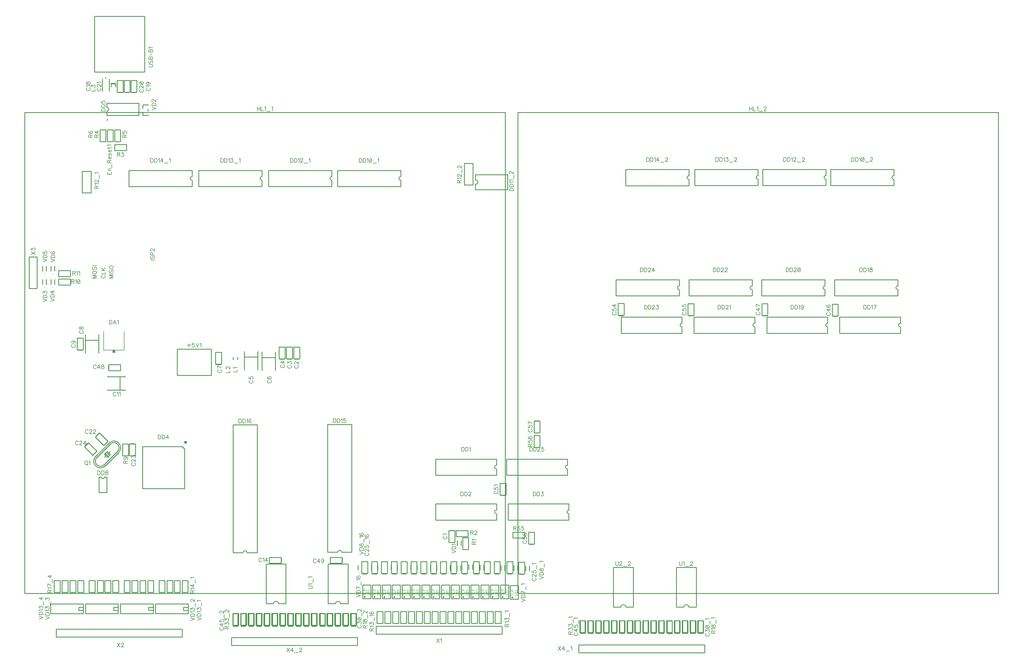
<source format=gbr>
G04 DipTrace 2.4.0.2*
%INMemoryBrd-TopMark.gbr*%
%MOMM*%
%ADD10C,0.25*%
%ADD28C,0.4*%
%ADD35C,0.203*%
%ADD38O,0.949X0.941*%
%ADD58O,0.24X0.24*%
%ADD63O,0.56X0.58*%
%ADD136C,0.196*%
%ADD139C,0.118*%
%FSLAX53Y53*%
G04*
G71*
G90*
G75*
G01*
%LNTopSilk*%
%LPD*%
X70664Y101006D2*
D10*
X59664D1*
Y109506D1*
X70664D1*
Y101006D1*
X147636Y51055D2*
X148935D1*
X149238Y50959D2*
X147333D1*
Y47149D1*
X149238D1*
Y50959D1*
X98921Y106276D2*
X97622D1*
X97319Y106372D2*
X99224D1*
Y110182D1*
X97319D1*
Y106372D1*
X96542Y106273D2*
X95243D1*
X94940Y106369D2*
X96845D1*
Y110179D1*
X94940D1*
Y106369D1*
X94161Y106273D2*
X92862D1*
X92559Y106369D2*
X94464D1*
Y110179D1*
X92559D1*
Y106369D1*
X85668Y108757D2*
Y102780D1*
X81350Y108757D2*
Y102780D1*
Y108757D2*
Y106973D1*
X85668D1*
Y108757D1*
X91384Y108598D2*
Y102621D1*
X87066Y108598D2*
Y102621D1*
Y108598D2*
Y106815D1*
X91384D1*
Y108598D1*
X73680Y104527D2*
X72381D1*
X72078Y104623D2*
X73983D1*
Y108433D1*
X72078D1*
Y104623D1*
X34386Y114155D2*
Y108178D1*
X30068Y114155D2*
Y108178D1*
Y114155D2*
Y112372D1*
X34386D1*
Y114155D1*
X29066Y109131D2*
X27768D1*
X27464Y109227D2*
X29369D1*
Y113037D1*
X27464D1*
Y109227D1*
X43027Y96274D2*
X37050D1*
X43027Y100592D2*
X37050D1*
X43027D2*
X41244D1*
Y96274D1*
X43027D1*
X93292Y42085D2*
Y40786D1*
X93196Y40483D2*
X89386D1*
Y42388D1*
X93196D1*
Y40483D1*
D28*
X36673Y196882D3*
X35557Y196551D2*
D10*
Y192613D1*
X37789Y196551D2*
Y192613D1*
X46372Y192166D2*
X45073D1*
X44770Y192262D2*
X46675D1*
Y196072D1*
X44770D1*
Y192262D1*
X44149Y192166D2*
X42850D1*
X42547Y192262D2*
X44452D1*
Y196072D1*
X42547D1*
Y192262D1*
X41926Y192166D2*
X40628D1*
X40325Y192262D2*
X42230D1*
Y196072D1*
X40325D1*
Y192262D1*
X33407Y81411D2*
X34325Y82330D1*
X34607Y82476D2*
X37301Y79782D1*
X35954Y78435D1*
X33260Y81129D1*
X34607Y82476D1*
X44597Y78997D2*
X45896D1*
X46199Y78902D2*
X44294D1*
Y75092D1*
X46199D1*
Y78902D1*
X29914Y78236D2*
X30832Y79154D1*
X31114Y79301D2*
X33808Y76607D1*
X32461Y75260D1*
X29767Y77954D1*
X31114Y79301D1*
X272614Y120086D2*
X271316D1*
X271012Y120182D2*
X272918D1*
Y123992D1*
X271012D1*
Y120182D1*
X249901Y120270D2*
X248602D1*
X248299Y120365D2*
X250204D1*
Y124175D1*
X248299D1*
Y120365D1*
X37527Y102864D2*
Y104163D1*
X37623Y104466D2*
X41433D1*
Y102561D1*
X37623D1*
Y104466D1*
X112979Y42085D2*
Y40786D1*
X112883Y40483D2*
X109073D1*
Y42388D1*
X112883D1*
Y40483D1*
X165447Y62295D2*
X164148D1*
X163845Y62391D2*
X165750D1*
Y66201D1*
X163845D1*
Y62391D1*
X203543Y120272D2*
X202245D1*
X201942Y120368D2*
X203847D1*
Y124178D1*
X201942D1*
Y120368D1*
X226096Y120245D2*
X224797D1*
X224494Y120341D2*
X226399D1*
Y124150D1*
X224494D1*
Y120341D1*
X174655Y46577D2*
X173357D1*
X173053Y46673D2*
X174958D1*
Y50483D1*
X173053D1*
Y46673D1*
X175106Y86399D2*
X176404D1*
X176708Y86303D2*
X174803D1*
Y82493D1*
X176708D1*
Y86303D1*
X171478Y36891D2*
X170179D1*
X169876Y36987D2*
X171781D1*
Y40797D1*
X169876D1*
Y36987D1*
X167668Y37050D2*
X166369D1*
X166066Y37146D2*
X167971D1*
Y40956D1*
X166066D1*
Y37146D1*
X163538Y37053D2*
X162239D1*
X161936Y37148D2*
X163841D1*
Y40958D1*
X161936D1*
Y37148D1*
X143061Y37051D2*
X141762D1*
X141459Y37147D2*
X143364D1*
Y40957D1*
X141459D1*
Y37147D1*
X160366Y37050D2*
X159067D1*
X158764Y37146D2*
X160669D1*
Y40956D1*
X158764D1*
Y37146D1*
X139885Y37051D2*
X138587D1*
X138284Y37147D2*
X140189D1*
Y40957D1*
X138284D1*
Y37147D1*
X156873Y37050D2*
X155574D1*
X155271Y37146D2*
X157176D1*
Y40956D1*
X155271D1*
Y37146D1*
X136710Y37051D2*
X135411D1*
X135108Y37147D2*
X137013D1*
Y40957D1*
X135108D1*
Y37147D1*
X153063Y37050D2*
X151764D1*
X151461Y37146D2*
X153366D1*
Y40956D1*
X151461D1*
Y37146D1*
X133535Y37051D2*
X132236D1*
X131933Y37147D2*
X133838D1*
Y40957D1*
X131933D1*
Y37147D1*
X149568Y37054D2*
X148269D1*
X147966Y37149D2*
X149871D1*
Y40959D1*
X147966D1*
Y37149D1*
X130359Y37051D2*
X129061D1*
X128758Y37147D2*
X130663D1*
Y40957D1*
X128758D1*
Y37147D1*
X146234Y37054D2*
X144935D1*
X144632Y37149D2*
X146537D1*
Y40959D1*
X144632D1*
Y37149D1*
X127184Y37051D2*
X125885D1*
X125582Y37147D2*
X127487D1*
Y40957D1*
X125582D1*
Y37147D1*
X124009Y37051D2*
X122710D1*
X122407Y37147D2*
X124312D1*
Y40957D1*
X122407D1*
Y37147D1*
X120833Y37051D2*
X119535D1*
X119232Y37147D2*
X121137D1*
Y40957D1*
X119232D1*
Y37147D1*
X229112Y17999D2*
X227814D1*
X227510Y18095D2*
X229415D1*
Y21905D1*
X227510D1*
Y18095D1*
X117179Y20383D2*
X115880D1*
X115577Y20479D2*
X117482D1*
Y24289D1*
X115577D1*
Y20479D1*
X226731Y17999D2*
X225432D1*
X225129Y18095D2*
X227034D1*
Y21905D1*
X225129D1*
Y18095D1*
X114642Y20381D2*
X113343D1*
X113040Y20476D2*
X114945D1*
Y24286D1*
X113040D1*
Y20476D1*
X224191Y17999D2*
X222892D1*
X222589Y18095D2*
X224494D1*
Y21905D1*
X222589D1*
Y18095D1*
X112101Y20381D2*
X110802D1*
X110499Y20476D2*
X112404D1*
Y24286D1*
X110499D1*
Y20476D1*
X221650Y17999D2*
X220351D1*
X220048Y18095D2*
X221953D1*
Y21905D1*
X220048D1*
Y18095D1*
X109561Y20381D2*
X108262D1*
X107959Y20476D2*
X109864D1*
Y24286D1*
X107959D1*
Y20476D1*
X219110Y17999D2*
X217811D1*
X217508Y18095D2*
X219413D1*
Y21905D1*
X217508D1*
Y18095D1*
X107180Y20381D2*
X105881D1*
X105578Y20476D2*
X107483D1*
Y24286D1*
X105578D1*
Y20476D1*
X216570Y17999D2*
X215271D1*
X214968Y18095D2*
X216873D1*
Y21905D1*
X214968D1*
Y18095D1*
X104478Y20383D2*
X103179D1*
X102876Y20479D2*
X104781D1*
Y24289D1*
X102876D1*
Y20479D1*
X214030Y17999D2*
X212731D1*
X212428Y18095D2*
X214333D1*
Y21905D1*
X212428D1*
Y18095D1*
X101940Y20381D2*
X100641D1*
X100338Y20476D2*
X102243D1*
Y24286D1*
X100338D1*
Y20476D1*
X211489Y17999D2*
X210190D1*
X209887Y18095D2*
X211792D1*
Y21905D1*
X209887D1*
Y18095D1*
X99400Y20381D2*
X98101D1*
X97798Y20476D2*
X99703D1*
Y24286D1*
X97798D1*
Y20476D1*
X208790Y17999D2*
X207491D1*
X207188Y18095D2*
X209093D1*
Y21905D1*
X207188D1*
Y18095D1*
X96860Y20381D2*
X95561D1*
X95258Y20476D2*
X97163D1*
Y24286D1*
X95258D1*
Y20476D1*
X206409Y17999D2*
X205110D1*
X204807Y18095D2*
X206712D1*
Y21905D1*
X204807D1*
Y18095D1*
X94319Y20381D2*
X93021D1*
X92718Y20476D2*
X94623D1*
Y24286D1*
X92718D1*
Y20476D1*
X203868Y17999D2*
X202570D1*
X202267Y18095D2*
X204172D1*
Y21905D1*
X202267D1*
Y18095D1*
X91779Y20381D2*
X90480D1*
X90177Y20476D2*
X92082D1*
Y24286D1*
X90177D1*
Y20476D1*
X201328Y17999D2*
X200029D1*
X199726Y18095D2*
X201631D1*
Y21905D1*
X199726D1*
Y18095D1*
X89239Y20381D2*
X87940D1*
X87637Y20476D2*
X89542D1*
Y24286D1*
X87637D1*
Y20476D1*
X198788Y17999D2*
X197489D1*
X197186Y18095D2*
X199091D1*
Y21905D1*
X197186D1*
Y18095D1*
X86696Y20383D2*
X85397D1*
X85094Y20479D2*
X86999D1*
Y24289D1*
X85094D1*
Y20479D1*
X196248Y17999D2*
X194949D1*
X194646Y18095D2*
X196551D1*
Y21905D1*
X194646D1*
Y18095D1*
X84158Y20381D2*
X82860D1*
X82556Y20476D2*
X84461D1*
Y24286D1*
X82556D1*
Y20476D1*
X193707Y17999D2*
X192409D1*
X192105Y18095D2*
X194010D1*
Y21905D1*
X192105D1*
Y18095D1*
X81777Y20381D2*
X80478D1*
X80175Y20476D2*
X82080D1*
Y24286D1*
X80175D1*
Y20476D1*
X191167Y17999D2*
X189868D1*
X189565Y18095D2*
X191470D1*
Y21905D1*
X189565D1*
Y18095D1*
X79237Y20381D2*
X77938D1*
X77635Y20476D2*
X79540D1*
Y24286D1*
X77635D1*
Y20476D1*
G36*
X39702Y109070D2*
X38839D1*
Y108307D1*
X39702D1*
Y109070D1*
G37*
X42547Y115166D2*
D35*
Y109171D1*
X35993D1*
X35994Y115166D1*
X162691Y68843D2*
D10*
X143091D1*
Y74043D2*
Y68843D1*
X162691Y74043D2*
X143091D1*
X162691D2*
Y72043D1*
Y68843D2*
Y70843D1*
Y72043D2*
G03X162691Y70843I0J-600D01*
G01*
Y54395D2*
X143091D1*
Y59595D2*
Y54395D1*
X162691Y59595D2*
X143091D1*
X162691D2*
Y57595D1*
Y54395D2*
Y56395D1*
Y57595D2*
G03X162691Y56395I0J-600D01*
G01*
X186030Y54395D2*
X166429D1*
Y59595D2*
Y54395D1*
X186030Y59595D2*
X166429D1*
X186030D2*
Y57595D1*
Y54395D2*
Y56395D1*
Y57595D2*
G03X186030Y56395I0J-600D01*
G01*
X48547Y78042D2*
Y64544D1*
D38*
X62412Y79456D3*
X62046Y64544D2*
D10*
X48547D1*
X62046D2*
Y77293D1*
X61296Y78042D2*
X48547D1*
X62046Y77293D2*
X61296Y78042D1*
X36993Y186120D2*
G03X36993Y187430I7J655D01*
G01*
X37314Y183377D2*
G02X37314Y183377I-124J0D01*
G01*
X36993Y188749D2*
X47343D1*
X36993Y184802D2*
X47343D1*
Y188749D1*
X36993Y187430D2*
Y188749D1*
Y184802D2*
Y186120D1*
X34421Y68227D2*
Y63227D1*
X37021Y68227D2*
Y63227D1*
X34421D2*
X37021D1*
X35221Y68227D2*
X34421D1*
X36221D2*
X37021D1*
X35221D2*
G03X36221Y68227I500J0D01*
G01*
X112725Y44010D2*
G03X111465Y44010I-630J-12D01*
G01*
X108200D2*
Y85210D1*
X115989Y44010D2*
Y85210D1*
X108200D1*
X111465Y44010D2*
X108200D1*
X115989D2*
X112725D1*
X82241Y43888D2*
G03X80982Y43888I-630J-12D01*
G01*
X77717D2*
Y85088D1*
X85506Y43888D2*
Y85088D1*
X77717D1*
X80982Y43888D2*
X77717D1*
X85506D2*
X82241D1*
X293024Y114593D2*
X273424D1*
Y119793D2*
Y114593D1*
X293024Y119793D2*
X273424D1*
X293024D2*
Y117793D1*
Y114593D2*
Y116593D1*
Y117793D2*
G03X293024Y116593I0J-600D01*
G01*
X292154Y126658D2*
X271754D1*
Y131858D2*
Y126658D1*
X292154Y131858D2*
X271754D1*
X292154D2*
Y129858D1*
Y126658D2*
Y128658D1*
Y129858D2*
G03X292154Y128658I0J-600D01*
G01*
X269529Y114593D2*
X249929D1*
Y119793D2*
Y114593D1*
X269529Y119793D2*
X249929D1*
X269529D2*
Y117793D1*
Y114593D2*
Y116593D1*
Y117793D2*
G03X269529Y116593I0J-600D01*
G01*
X268659Y126658D2*
X248259D1*
Y131858D2*
Y126658D1*
X268659Y131858D2*
X248259D1*
X268659D2*
Y129858D1*
Y126658D2*
Y128658D1*
Y129858D2*
G03X268659Y128658I0J-600D01*
G01*
X246034Y114593D2*
X226434D1*
Y119793D2*
Y114593D1*
X246034Y119793D2*
X226434D1*
X246034D2*
Y117793D1*
Y114593D2*
Y116593D1*
Y117793D2*
G03X246034Y116593I0J-600D01*
G01*
X245164Y126658D2*
X224764D1*
Y131858D2*
Y126658D1*
X245164Y131858D2*
X224764D1*
X245164D2*
Y129858D1*
Y126658D2*
Y128658D1*
Y129858D2*
G03X245164Y128658I0J-600D01*
G01*
X222539Y114593D2*
X202939D1*
Y119793D2*
Y114593D1*
X222539Y119793D2*
X202939D1*
X222539D2*
Y117793D1*
Y114593D2*
Y116593D1*
Y117793D2*
G03X222539Y116593I0J-600D01*
G01*
X221669Y126658D2*
X201269D1*
Y131858D2*
Y126658D1*
X221669Y131858D2*
X201269D1*
X221669D2*
Y129858D1*
Y126658D2*
Y128658D1*
Y129858D2*
G03X221669Y128658I0J-600D01*
G01*
X185552Y68843D2*
X165952D1*
Y74044D2*
Y68843D1*
X185552Y74044D2*
X165952D1*
X185552D2*
Y72044D1*
Y68843D2*
Y70843D1*
Y72044D2*
G03X185552Y70843I0J-600D01*
G01*
X131817Y161900D2*
X111417D1*
Y167100D2*
Y161900D1*
X131817Y167100D2*
X111417D1*
X131817D2*
Y165100D1*
Y161900D2*
Y163900D1*
Y165100D2*
G03X131817Y163900I0J-600D01*
G01*
X290884Y162218D2*
X270484D1*
Y167418D2*
Y162218D1*
X290884Y167418D2*
X270484D1*
X290884D2*
Y165418D1*
Y162218D2*
Y164218D1*
Y165418D2*
G03X290884Y164218I0J-600D01*
G01*
X155884Y160917D2*
X166284D1*
X155884Y165717D2*
X166284D1*
Y160917D2*
Y165717D1*
X155884Y160917D2*
Y162617D1*
Y164017D2*
Y165717D1*
Y162617D2*
G03X155884Y164017I94J700D01*
G01*
X109592Y161900D2*
X89192D1*
Y167100D2*
Y161900D1*
X109592Y167100D2*
X89192D1*
X109592D2*
Y165100D1*
Y161900D2*
Y163900D1*
Y165100D2*
G03X109592Y163900I0J-600D01*
G01*
X268977Y162218D2*
X248577D1*
Y167418D2*
Y162218D1*
X268977Y167418D2*
X248577D1*
X268977D2*
Y165418D1*
Y162218D2*
Y164218D1*
Y165418D2*
G03X268977Y164218I0J-600D01*
G01*
X87049Y161900D2*
X66649D1*
Y167100D2*
Y161900D1*
X87049Y167100D2*
X66649D1*
X87049D2*
Y165100D1*
Y161900D2*
Y163900D1*
Y165100D2*
G03X87049Y163900I0J-600D01*
G01*
X247069Y162218D2*
X226669D1*
Y167418D2*
Y162218D1*
X247069Y167418D2*
X226669D1*
X247069D2*
Y165418D1*
Y162218D2*
Y164218D1*
Y165418D2*
G03X247069Y164218I0J-600D01*
G01*
X64507Y161900D2*
X44107D1*
Y167100D2*
Y161900D1*
X64507Y167100D2*
X44107D1*
X64507D2*
Y165100D1*
Y161900D2*
Y163900D1*
Y165100D2*
G03X64507Y163900I0J-600D01*
G01*
X224774Y162166D2*
X204374D1*
Y167366D2*
Y162166D1*
X224774Y167366D2*
X204374D1*
X224774D2*
Y165366D1*
Y162166D2*
Y164166D1*
Y165366D2*
G03X224774Y164166I0J-600D01*
G01*
X165524Y30738D2*
X10524D1*
Y185738D1*
X165524D1*
Y30738D1*
X324592D2*
X169592D1*
Y185738D1*
X324592D1*
Y30738D1*
X77728Y106860D2*
Y106060D1*
X79128Y106860D2*
Y106060D1*
X38355Y194986D2*
X39754D1*
X38355Y195175D2*
X39754D1*
X38355D2*
Y193974D1*
X39754Y195175D2*
Y193974D1*
X36480Y71848D2*
X40791Y76159D1*
X33427Y74902D2*
X37738Y79212D1*
X36121Y72207D2*
X40432Y76518D1*
X38097Y78853D2*
X33786Y74543D1*
X36390Y75890D2*
X36750Y76249D1*
X37827Y75171D1*
X37468Y74812D1*
X36390Y75890D1*
X37019Y76519D2*
X37558Y75980D1*
X38097Y75441D1*
X36121Y75620D2*
X36660Y75081D1*
X37199Y74542D1*
X37558Y75980D2*
X38007Y76429D1*
X36660Y75081D2*
X36211Y74632D1*
X33427Y74902D2*
G03X36480Y71848I1527J-1527D01*
G01*
X40791Y76159D2*
G03X37738Y79212I-1527J1527D01*
G01*
X33786Y74543D2*
G03X36121Y72207I1168J-1167D01*
G01*
X40432Y76518D2*
G03X38097Y78853I-1168J1167D01*
G01*
X153681Y48739D2*
X151776D1*
Y44929D1*
X153681D1*
Y48739D1*
X153527Y49057D2*
X149717D1*
Y50962D1*
X153527D1*
Y49057D1*
X39528Y175438D2*
X43338D1*
Y173533D1*
X39528D1*
Y175438D1*
X39055Y180203D2*
X37150D1*
Y176393D1*
X39055D1*
Y180203D1*
X41436D2*
X39531D1*
Y176393D1*
X41436D1*
Y180203D1*
X36673D2*
X34768D1*
Y176393D1*
X36673D1*
Y180203D1*
X43976Y78902D2*
X42071D1*
Y75092D1*
X43976D1*
Y78902D1*
X25241Y130184D2*
X21431D1*
Y132089D1*
X25241D1*
Y130184D1*
Y132883D2*
X21431D1*
Y134788D1*
X25241D1*
Y132883D1*
X167976Y50485D2*
X171786D1*
Y48580D1*
X167976D1*
Y50485D1*
X174803Y77794D2*
X176708D1*
Y81604D1*
X174803D1*
Y77794D1*
X31881Y166834D2*
Y159832D1*
X29081Y166834D2*
Y159832D1*
Y166834D2*
X31881D1*
X29081Y159832D2*
X31881D1*
X155084Y169375D2*
Y162372D1*
X152284Y169375D2*
Y162372D1*
Y169375D2*
X155084D1*
X152284Y162372D2*
X155084D1*
X162256Y21112D2*
X164161D1*
Y24922D1*
X162256D1*
Y21112D1*
X159716D2*
X161621D1*
Y24922D1*
X159716D1*
Y21112D1*
X157176D2*
X159081D1*
Y24922D1*
X157176D1*
Y21112D1*
X141935Y21111D2*
X143840D1*
Y24921D1*
X141935D1*
Y21111D1*
X154636Y21112D2*
X156541D1*
Y24922D1*
X154636D1*
Y21112D1*
X139395Y21111D2*
X141300D1*
Y24921D1*
X139395D1*
Y21111D1*
X152096Y21112D2*
X154001D1*
Y24922D1*
X152096D1*
Y21112D1*
X136855Y21111D2*
X138760D1*
Y24921D1*
X136855D1*
Y21111D1*
X149556Y21112D2*
X151461D1*
Y24922D1*
X149556D1*
Y21112D1*
X134314Y21111D2*
X136219D1*
Y24921D1*
X134314D1*
Y21111D1*
X147016D2*
X148921D1*
Y24921D1*
X147016D1*
Y21111D1*
X131774D2*
X133679D1*
Y24921D1*
X131774D1*
Y21111D1*
X144475D2*
X146380D1*
Y24921D1*
X144475D1*
Y21111D1*
X129234D2*
X131139D1*
Y24921D1*
X129234D1*
Y21111D1*
X126694D2*
X128599D1*
Y24921D1*
X126694D1*
Y21111D1*
X124153D2*
X126058D1*
Y24921D1*
X124153D1*
Y21111D1*
X63184Y34926D2*
X61279D1*
Y31116D1*
X63184D1*
Y34926D1*
X52073Y34924D2*
X50168D1*
Y31114D1*
X52073D1*
Y34924D1*
X40801D2*
X38896D1*
Y31114D1*
X40801D1*
Y34924D1*
X29526Y34926D2*
X27621D1*
Y31116D1*
X29526D1*
Y34926D1*
X60644D2*
X58739D1*
Y31116D1*
X60644D1*
Y34926D1*
X49533Y34924D2*
X47628D1*
Y31114D1*
X49533D1*
Y34924D1*
X38260D2*
X36355D1*
Y31114D1*
X38260D1*
Y34924D1*
X26988D2*
X25083D1*
Y31114D1*
X26988D1*
Y34924D1*
X58262Y34926D2*
X56357D1*
Y31116D1*
X58262D1*
Y34926D1*
X46990D2*
X45085D1*
Y31116D1*
X46990D1*
Y34926D1*
X35879Y34924D2*
X33974D1*
Y31114D1*
X35879D1*
Y34924D1*
X24448D2*
X22543D1*
Y31114D1*
X24448D1*
Y34924D1*
X55725D2*
X53820D1*
Y31114D1*
X55725D1*
Y34924D1*
X44452D2*
X42547D1*
Y31114D1*
X44452D1*
Y34924D1*
X33180D2*
X31275D1*
Y31114D1*
X33180D1*
Y34924D1*
X21907D2*
X20002D1*
Y31114D1*
X21907D1*
Y34924D1*
X229376Y21915D2*
X227852D1*
X229376Y17843D2*
Y21915D1*
Y17843D2*
X227852D1*
Y21915D1*
X117345Y24258D2*
X115821D1*
X117345Y20186D2*
Y24258D1*
Y20186D2*
X115821D1*
Y24258D1*
X226836Y21915D2*
X225312D1*
X226836Y17843D2*
Y21915D1*
Y17843D2*
X225312D1*
Y21915D1*
X114805Y24258D2*
X113281D1*
X114805Y20186D2*
Y24258D1*
Y20186D2*
X113281D1*
Y24258D1*
X224296Y21915D2*
X222772D1*
X224296Y17843D2*
Y21915D1*
Y17843D2*
X222772D1*
Y21915D1*
X112265Y24258D2*
X110741D1*
X112265Y20186D2*
Y24258D1*
Y20186D2*
X110741D1*
Y24258D1*
X221756Y21915D2*
X220232D1*
X221756Y17843D2*
Y21915D1*
Y17843D2*
X220232D1*
Y21915D1*
X109725Y24258D2*
X108201D1*
X109725Y20186D2*
Y24258D1*
Y20186D2*
X108201D1*
Y24258D1*
X219365Y21880D2*
X217841D1*
X219365Y17808D2*
Y21880D1*
Y17808D2*
X217841D1*
Y21880D1*
X107334Y24223D2*
X105810D1*
X107334Y20151D2*
Y24223D1*
Y20151D2*
X105810D1*
Y24223D1*
X216676Y21915D2*
X215152D1*
X216676Y17843D2*
Y21915D1*
Y17843D2*
X215152D1*
Y21915D1*
X104645Y24258D2*
X103121D1*
X104645Y20186D2*
Y24258D1*
Y20186D2*
X103121D1*
Y24258D1*
X214136Y21915D2*
X212612D1*
X214136Y17843D2*
Y21915D1*
Y17843D2*
X212612D1*
Y21915D1*
X102105Y24258D2*
X100581D1*
X102105Y20186D2*
Y24258D1*
Y20186D2*
X100581D1*
Y24258D1*
X211596Y21915D2*
X210072D1*
X211596Y17843D2*
Y21915D1*
Y17843D2*
X210072D1*
Y21915D1*
X99565Y24258D2*
X98041D1*
X99565Y20186D2*
Y24258D1*
Y20186D2*
X98041D1*
Y24258D1*
X209056Y21915D2*
X207532D1*
X209056Y17843D2*
Y21915D1*
Y17843D2*
X207532D1*
Y21915D1*
X97025Y24258D2*
X95501D1*
X97025Y20186D2*
Y24258D1*
Y20186D2*
X95501D1*
Y24258D1*
X206516Y21915D2*
X204992D1*
X206516Y17843D2*
Y21915D1*
Y17843D2*
X204992D1*
Y21915D1*
X94485Y24258D2*
X92961D1*
X94485Y20186D2*
Y24258D1*
Y20186D2*
X92961D1*
Y24258D1*
X203976Y21915D2*
X202452D1*
X203976Y17843D2*
Y21915D1*
Y17843D2*
X202452D1*
Y21915D1*
X91945Y24258D2*
X90421D1*
X91945Y20186D2*
Y24258D1*
Y20186D2*
X90421D1*
Y24258D1*
X201436Y21915D2*
X199912D1*
X201436Y17843D2*
Y21915D1*
Y17843D2*
X199912D1*
Y21915D1*
X89405Y24258D2*
X87881D1*
X89405Y20186D2*
Y24258D1*
Y20186D2*
X87881D1*
Y24258D1*
X198896Y21915D2*
X197372D1*
X198896Y17843D2*
Y21915D1*
Y17843D2*
X197372D1*
Y21915D1*
X86865Y24258D2*
X85341D1*
X86865Y20186D2*
Y24258D1*
Y20186D2*
X85341D1*
Y24258D1*
X196356Y21915D2*
X194832D1*
X196356Y17843D2*
Y21915D1*
Y17843D2*
X194832D1*
Y21915D1*
X84325Y24258D2*
X82801D1*
X84325Y20186D2*
Y24258D1*
Y20186D2*
X82801D1*
Y24258D1*
X193816Y21915D2*
X192292D1*
X193816Y17843D2*
Y21915D1*
Y17843D2*
X192292D1*
Y21915D1*
X81785Y24258D2*
X80261D1*
X81785Y20186D2*
Y24258D1*
Y20186D2*
X80261D1*
Y24258D1*
X191276Y21915D2*
X189752D1*
X191276Y17843D2*
Y21915D1*
Y17843D2*
X189752D1*
Y21915D1*
X79245Y24258D2*
X77721D1*
X79245Y20186D2*
Y24258D1*
Y20186D2*
X77721D1*
Y24258D1*
X114773Y27413D2*
Y40211D1*
X108373Y27413D2*
Y40211D1*
X114773D2*
X108373D1*
X114773Y27413D2*
X112373D1*
X110772D2*
X108373D1*
X112373D2*
G03X110772Y27413I-800J-2D01*
G01*
X227164Y26338D2*
Y39137D1*
X220764Y26338D2*
Y39137D1*
X227164D2*
X220764D1*
X227164Y26338D2*
X224764D1*
X223164D2*
X220764D1*
X224764D2*
G03X223164Y26338I-800J-2D01*
G01*
X94770Y27413D2*
Y40211D1*
X88370Y27413D2*
Y40211D1*
X94770D2*
X88370D1*
X94770Y27413D2*
X92370D1*
X90770D2*
X88370D1*
X92370D2*
G03X90770Y27413I-800J-2D01*
G01*
X206844Y26338D2*
Y39137D1*
X200444Y26338D2*
Y39137D1*
X206844D2*
X200444D1*
X206844Y26338D2*
X204444D1*
X202844D2*
X200444D1*
X204444D2*
G03X202844Y26338I-800J-2D01*
G01*
X49228Y198821D2*
X33035D1*
Y216760D1*
X49228D1*
Y198821D1*
X150067Y46181D2*
Y47781D1*
X151267Y46181D2*
Y47781D1*
D58*
X150667Y45241D3*
X50271Y186900D2*
D10*
Y186200D1*
X48621Y187150D2*
Y188250D1*
X50271D1*
Y188100D1*
Y185000D2*
Y184900D1*
Y184850D2*
X48668D1*
X48621D2*
Y185950D1*
X16227Y130327D2*
Y131927D1*
X17427Y130327D2*
Y131927D1*
D58*
X16827Y129387D3*
X18926Y130327D2*
D10*
Y131927D1*
X20126Y130327D2*
Y131927D1*
D58*
X19526Y129387D3*
X16227Y134614D2*
D10*
Y136214D1*
X17427Y134614D2*
Y136214D1*
D58*
X16827Y133674D3*
X18926Y134614D2*
D10*
Y136214D1*
X20126Y134614D2*
Y136214D1*
D58*
X19526Y133674D3*
X63226Y24213D2*
D10*
X52670D1*
Y27350D1*
X63226D1*
Y24213D1*
Y25259D2*
X61760D1*
Y26229D1*
X63226D1*
Y25259D1*
X51953Y24244D2*
X41396D1*
Y27381D1*
X51953D1*
Y24244D1*
Y25290D2*
X50487D1*
Y26261D1*
X51953D1*
Y25290D1*
X40681Y24213D2*
X30125D1*
Y27350D1*
X40681D1*
Y24213D1*
Y25259D2*
X39215D1*
Y26229D1*
X40681D1*
Y25259D1*
X29409Y24213D2*
X18852D1*
Y27350D1*
X29409D1*
Y24213D1*
Y25259D2*
X27943D1*
Y26229D1*
X29409D1*
Y25259D1*
X167174Y28870D2*
X169774D1*
Y33271D1*
X167174D1*
Y28870D1*
D63*
X167814Y29401D3*
X163999Y29029D2*
D10*
X166599D1*
Y33429D1*
X163999D1*
Y29029D1*
D63*
X164639Y29559D3*
X160824Y29029D2*
D10*
X163424D1*
Y33429D1*
X160824D1*
Y29029D1*
D63*
X161464Y29559D3*
X141773Y29029D2*
D10*
X144373D1*
Y33429D1*
X141773D1*
Y29029D1*
D63*
X142413Y29559D3*
X157649Y29029D2*
D10*
X160249D1*
Y33429D1*
X157649D1*
Y29029D1*
D63*
X158289Y29559D3*
X138597Y29029D2*
D10*
X141197D1*
Y33429D1*
X138597D1*
Y29029D1*
D63*
X139237Y29559D3*
X154474Y29029D2*
D10*
X157074D1*
Y33429D1*
X154474D1*
Y29029D1*
D63*
X155114Y29559D3*
X135422Y29029D2*
D10*
X138022D1*
Y33429D1*
X135422D1*
Y29029D1*
D63*
X136062Y29559D3*
X151299Y29029D2*
D10*
X153899D1*
Y33429D1*
X151299D1*
Y29029D1*
D63*
X151939Y29559D3*
X132247Y29029D2*
D10*
X134847D1*
Y33429D1*
X132247D1*
Y29029D1*
D63*
X132887Y29559D3*
X148123Y29029D2*
D10*
X150723D1*
Y33429D1*
X148123D1*
Y29029D1*
D63*
X148763Y29559D3*
X129071Y29029D2*
D10*
X131671D1*
Y33429D1*
X129071D1*
Y29029D1*
D63*
X129711Y29559D3*
X144948Y29029D2*
D10*
X147548D1*
Y33429D1*
X144948D1*
Y29029D1*
D63*
X145588Y29559D3*
X125896Y29029D2*
D10*
X128496D1*
Y33429D1*
X125896D1*
Y29029D1*
D63*
X126536Y29559D3*
X122721Y29029D2*
D10*
X125321D1*
Y33429D1*
X122721D1*
Y29029D1*
D63*
X123361Y29559D3*
X119545Y29029D2*
D10*
X122145D1*
Y33429D1*
X119545D1*
Y29029D1*
D63*
X120185Y29559D3*
X172134Y37947D2*
D10*
Y39547D1*
X173334Y37947D2*
Y39547D1*
D58*
X172734Y37007D3*
X168324Y38106D2*
D10*
Y39705D1*
X169524Y38106D2*
Y39705D1*
D58*
X168924Y37166D3*
X164196Y38106D2*
D10*
Y39705D1*
X165396Y38106D2*
Y39705D1*
D58*
X164796Y37166D3*
X140224Y38084D2*
D10*
Y39684D1*
X141424Y38084D2*
Y39684D1*
D58*
X140824Y37144D3*
X157359Y38253D2*
D10*
Y39853D1*
X158559Y38253D2*
Y39853D1*
D58*
X157959Y37313D3*
X137048Y38243D2*
D10*
Y39843D1*
X138248Y38243D2*
Y39843D1*
D58*
X137648Y37303D3*
X153719Y38423D2*
D10*
Y40023D1*
X154919Y38423D2*
Y40023D1*
D58*
X154319Y37483D3*
X133873Y38243D2*
D10*
Y39843D1*
X135073Y38243D2*
Y39843D1*
D58*
X134473Y37303D3*
X149909Y38083D2*
D10*
Y39683D1*
X151109Y38083D2*
Y39683D1*
D58*
X150509Y37143D3*
X130698Y38243D2*
D10*
Y39843D1*
X131898Y38243D2*
Y39843D1*
D58*
X131298Y37303D3*
X146574Y38084D2*
D10*
Y39684D1*
X147774Y38084D2*
Y39684D1*
D58*
X147174Y37144D3*
X127522Y38243D2*
D10*
Y39843D1*
X128722Y38243D2*
Y39843D1*
D58*
X128122Y37303D3*
X143399Y38084D2*
D10*
Y39684D1*
X144599Y38084D2*
Y39684D1*
D58*
X143999Y37144D3*
X124347Y38243D2*
D10*
Y39843D1*
X125547Y38243D2*
Y39843D1*
D58*
X124947Y37303D3*
X121172Y38243D2*
D10*
Y39843D1*
X122372Y38243D2*
Y39843D1*
D58*
X121772Y37303D3*
X117996Y38243D2*
D10*
Y39843D1*
X119196Y38243D2*
Y39843D1*
D58*
X118596Y37303D3*
X164477Y17622D2*
D10*
X123841D1*
Y20162D1*
X164477D1*
Y17622D1*
X61280Y16668D2*
X20643D1*
Y19208D1*
X61280D1*
Y16668D1*
X11905Y129075D2*
X14445D1*
Y139236D1*
X11905D1*
Y129075D1*
X229882Y11624D2*
X189246D1*
Y14164D1*
X229882D1*
Y11624D1*
X117851Y13967D2*
X77215D1*
Y16507D1*
X117851D1*
Y13967D1*
X63512Y111274D2*
D136*
Y110181D1*
X62966Y110727D2*
X64059D1*
X65180Y111365D2*
X64574D1*
X64513Y110819D1*
X64574Y110879D1*
X64756Y110941D1*
X64937D1*
X65120Y110879D1*
X65242Y110758D1*
X65302Y110576D1*
Y110455D1*
X65242Y110273D1*
X65120Y110151D1*
X64937Y110090D1*
X64756D1*
X64574Y110151D1*
X64513Y110212D1*
X64452Y110333D1*
X65694Y111366D2*
X66180Y110090D1*
X66666Y111366D1*
X67058Y111122D2*
X67180Y111184D1*
X67363Y111365D1*
Y110090D1*
X145777Y49209D2*
X145656Y49149D1*
X145534Y49026D1*
X145473Y48906D1*
Y48663D1*
X145534Y48541D1*
X145656Y48420D1*
X145777Y48358D1*
X145959Y48298D1*
X146264D1*
X146445Y48358D1*
X146567Y48420D1*
X146688Y48541D1*
X146749Y48663D1*
Y48906D1*
X146688Y49026D1*
X146567Y49149D1*
X146445Y49209D1*
X145718Y49601D2*
X145656Y49723D1*
X145475Y49906D1*
X146749D1*
X97826Y104253D2*
X97706Y104192D1*
X97584Y104070D1*
X97523Y103949D1*
Y103706D1*
X97584Y103584D1*
X97706Y103464D1*
X97826Y103402D1*
X98009Y103341D1*
X98314D1*
X98495Y103402D1*
X98617Y103464D1*
X98738Y103584D1*
X98799Y103706D1*
Y103949D1*
X98738Y104070D1*
X98617Y104192D1*
X98495Y104253D1*
X97828Y104706D2*
X97768D1*
X97645Y104767D1*
X97585Y104827D1*
X97525Y104949D1*
Y105192D1*
X97585Y105313D1*
X97645Y105373D1*
X97768Y105435D1*
X97888D1*
X98010Y105373D1*
X98191Y105253D1*
X98799Y104645D1*
Y105495D1*
X95606Y104250D2*
X95486Y104190D1*
X95364Y104067D1*
X95303Y103947D1*
Y103704D1*
X95363Y103582D1*
X95486Y103461D1*
X95606Y103399D1*
X95789Y103339D1*
X96093D1*
X96275Y103399D1*
X96397Y103461D1*
X96517Y103582D1*
X96579Y103704D1*
Y103947D1*
X96517Y104067D1*
X96397Y104190D1*
X96275Y104250D1*
X95305Y104764D2*
Y105431D1*
X95790Y105067D1*
Y105250D1*
X95851Y105371D1*
X95911Y105431D1*
X96094Y105493D1*
X96214D1*
X96397Y105431D1*
X96519Y105310D1*
X96579Y105128D1*
Y104945D1*
X96519Y104764D1*
X96457Y104704D1*
X96336Y104642D1*
X93384Y104378D2*
X93263Y104318D1*
X93141Y104196D1*
X93080Y104075D1*
Y103832D1*
X93141Y103710D1*
X93263Y103590D1*
X93384Y103528D1*
X93566Y103467D1*
X93871D1*
X94052Y103528D1*
X94174Y103590D1*
X94295Y103710D1*
X94356Y103832D1*
Y104075D1*
X94295Y104196D1*
X94174Y104318D1*
X94052Y104378D1*
X94356Y105379D2*
X93082D1*
X93931Y104771D1*
Y105682D1*
X83222Y99410D2*
X83102Y99350D1*
X82980Y99228D1*
X82919Y99107D1*
Y98864D1*
X82980Y98742D1*
X83102Y98621D1*
X83222Y98559D1*
X83405Y98499D1*
X83710D1*
X83891Y98559D1*
X84013Y98621D1*
X84134Y98742D1*
X84195Y98864D1*
Y99107D1*
X84134Y99228D1*
X84013Y99350D1*
X83891Y99410D1*
X82921Y100531D2*
Y99924D1*
X83467Y99864D1*
X83406Y99924D1*
X83345Y100107D1*
Y100288D1*
X83406Y100471D1*
X83527Y100593D1*
X83710Y100653D1*
X83830D1*
X84013Y100593D1*
X84135Y100471D1*
X84195Y100288D1*
Y100107D1*
X84135Y99924D1*
X84073Y99864D1*
X83952Y99802D1*
X89097Y99441D2*
X88976Y99381D1*
X88854Y99259D1*
X88794Y99138D1*
Y98895D1*
X88854Y98773D1*
X88976Y98652D1*
X89097Y98590D1*
X89279Y98530D1*
X89584D1*
X89765Y98590D1*
X89887Y98652D1*
X90008Y98773D1*
X90070Y98895D1*
Y99138D1*
X90008Y99259D1*
X89887Y99381D1*
X89765Y99441D1*
X88976Y100562D2*
X88855Y100501D1*
X88795Y100319D1*
Y100198D1*
X88855Y100016D1*
X89038Y99894D1*
X89341Y99833D1*
X89644D1*
X89887Y99894D1*
X90009Y100016D1*
X90070Y100198D1*
Y100259D1*
X90009Y100440D1*
X89887Y100562D1*
X89705Y100622D1*
X89644D1*
X89462Y100562D1*
X89341Y100440D1*
X89281Y100259D1*
Y100198D1*
X89341Y100016D1*
X89462Y99894D1*
X89644Y99833D1*
X73061Y102821D2*
X72941Y102761D1*
X72819Y102639D1*
X72758Y102518D1*
Y102275D1*
X72819Y102153D1*
X72941Y102032D1*
X73061Y101970D1*
X73244Y101910D1*
X73549D1*
X73730Y101970D1*
X73852Y102032D1*
X73973Y102153D1*
X74034Y102275D1*
Y102518D1*
X73973Y102639D1*
X73852Y102761D1*
X73730Y102821D1*
X74034Y103456D2*
X72760Y104064D1*
Y103213D1*
X28448Y115446D2*
X28327Y115386D1*
X28205Y115264D1*
X28145Y115143D1*
Y114900D1*
X28205Y114778D1*
X28327Y114657D1*
X28448Y114596D1*
X28630Y114535D1*
X28935D1*
X29116Y114596D1*
X29238Y114657D1*
X29359Y114778D1*
X29421Y114900D1*
Y115143D1*
X29359Y115264D1*
X29238Y115386D1*
X29116Y115446D1*
X28146Y116142D2*
X28207Y115961D1*
X28327Y115899D1*
X28449D1*
X28570Y115961D1*
X28632Y116081D1*
X28692Y116324D1*
X28753Y116507D1*
X28875Y116627D1*
X28995Y116688D1*
X29178D1*
X29299Y116627D1*
X29360Y116567D1*
X29421Y116385D1*
Y116142D1*
X29360Y115961D1*
X29299Y115899D1*
X29178Y115838D1*
X28995D1*
X28875Y115899D1*
X28753Y116021D1*
X28692Y116202D1*
X28632Y116445D1*
X28570Y116567D1*
X28449Y116627D1*
X28327D1*
X28207Y116567D1*
X28146Y116385D1*
Y116142D1*
X25908Y110948D2*
X25787Y110888D1*
X25665Y110766D1*
X25605Y110645D1*
Y110402D1*
X25665Y110280D1*
X25787Y110159D1*
X25908Y110098D1*
X26090Y110037D1*
X26395D1*
X26576Y110098D1*
X26698Y110159D1*
X26819Y110280D1*
X26881Y110402D1*
Y110645D1*
X26819Y110766D1*
X26698Y110888D1*
X26576Y110948D1*
X26030Y112131D2*
X26212Y112069D1*
X26335Y111948D1*
X26395Y111766D1*
Y111705D1*
X26335Y111523D1*
X26212Y111402D1*
X26030Y111340D1*
X25970D1*
X25787Y111402D1*
X25666Y111523D1*
X25606Y111705D1*
Y111766D1*
X25666Y111948D1*
X25787Y112069D1*
X26030Y112131D1*
X26335D1*
X26638Y112069D1*
X26820Y111948D1*
X26881Y111766D1*
Y111645D1*
X26820Y111463D1*
X26698Y111402D1*
X39956Y95322D2*
X39896Y95442D1*
X39774Y95565D1*
X39653Y95625D1*
X39410D1*
X39288Y95565D1*
X39167Y95442D1*
X39106Y95322D1*
X39045Y95139D1*
Y94835D1*
X39106Y94653D1*
X39167Y94531D1*
X39288Y94411D1*
X39410Y94349D1*
X39653D1*
X39774Y94411D1*
X39896Y94531D1*
X39956Y94653D1*
X40348Y95381D2*
X40471Y95442D1*
X40653Y95624D1*
Y94349D1*
X41045Y95381D2*
X41167Y95442D1*
X41350Y95624D1*
Y94349D1*
X86984Y41881D2*
X86924Y42002D1*
X86802Y42124D1*
X86681Y42184D1*
X86438D1*
X86316Y42124D1*
X86195Y42002D1*
X86133Y41881D1*
X86073Y41698D1*
Y41394D1*
X86133Y41213D1*
X86195Y41091D1*
X86316Y40970D1*
X86438Y40908D1*
X86681D1*
X86802Y40970D1*
X86924Y41091D1*
X86984Y41213D1*
X87376Y41940D2*
X87498Y42002D1*
X87681Y42183D1*
Y40908D1*
X88681D2*
Y42183D1*
X88073Y41333D1*
X88984D1*
X30666Y193699D2*
X30545Y193639D1*
X30423Y193516D1*
X30363Y193396D1*
Y193153D1*
X30423Y193031D1*
X30545Y192910D1*
X30666Y192848D1*
X30849Y192788D1*
X31153D1*
X31334Y192848D1*
X31456Y192910D1*
X31577Y193031D1*
X31639Y193153D1*
Y193396D1*
X31577Y193516D1*
X31456Y193639D1*
X31334Y193699D1*
X30607Y194091D2*
X30545Y194213D1*
X30364Y194396D1*
X31639D1*
X30364Y195091D2*
X30425Y194910D1*
X30545Y194848D1*
X30667D1*
X30788Y194910D1*
X30850Y195031D1*
X30910Y195274D1*
X30971Y195456D1*
X31093Y195577D1*
X31214Y195637D1*
X31396D1*
X31517Y195577D1*
X31579Y195516D1*
X31639Y195334D1*
Y195091D1*
X31579Y194910D1*
X31517Y194848D1*
X31396Y194788D1*
X31214D1*
X31093Y194848D1*
X30971Y194970D1*
X30910Y195151D1*
X30850Y195394D1*
X30788Y195516D1*
X30667Y195577D1*
X30545D1*
X30425Y195516D1*
X30364Y195334D1*
Y195091D1*
X50040Y193635D2*
X49920Y193574D1*
X49797Y193452D1*
X49737Y193332D1*
Y193089D1*
X49797Y192967D1*
X49920Y192846D1*
X50040Y192784D1*
X50223Y192724D1*
X50527D1*
X50709Y192784D1*
X50831Y192846D1*
X50951Y192967D1*
X51013Y193089D1*
Y193332D1*
X50951Y193452D1*
X50831Y193574D1*
X50709Y193635D1*
X49981Y194027D2*
X49920Y194149D1*
X49739Y194332D1*
X51013D1*
X50162Y195514D2*
X50345Y195452D1*
X50467Y195332D1*
X50527Y195149D1*
Y195089D1*
X50467Y194906D1*
X50345Y194786D1*
X50162Y194724D1*
X50102D1*
X49920Y194786D1*
X49799Y194906D1*
X49739Y195089D1*
Y195149D1*
X49799Y195332D1*
X49920Y195452D1*
X50162Y195514D1*
X50467D1*
X50770Y195452D1*
X50953Y195332D1*
X51013Y195149D1*
Y195028D1*
X50953Y194846D1*
X50831Y194786D1*
X47818Y193173D2*
X47697Y193112D1*
X47575Y192990D1*
X47514Y192870D1*
Y192627D1*
X47575Y192505D1*
X47697Y192384D1*
X47818Y192322D1*
X48000Y192262D1*
X48305D1*
X48486Y192322D1*
X48608Y192384D1*
X48729Y192505D1*
X48790Y192627D1*
Y192870D1*
X48729Y192990D1*
X48608Y193112D1*
X48486Y193173D1*
X47819Y193627D2*
X47759D1*
X47637Y193687D1*
X47576Y193748D1*
X47516Y193870D1*
Y194113D1*
X47576Y194233D1*
X47637Y194294D1*
X47759Y194355D1*
X47879D1*
X48002Y194294D1*
X48183Y194173D1*
X48790Y193565D1*
Y194416D1*
X47516Y195173D2*
X47576Y194990D1*
X47759Y194868D1*
X48062Y194808D1*
X48244D1*
X48548Y194868D1*
X48730Y194990D1*
X48790Y195173D1*
Y195294D1*
X48730Y195476D1*
X48548Y195597D1*
X48244Y195659D1*
X48062D1*
X47759Y195597D1*
X47576Y195476D1*
X47516Y195294D1*
Y195173D1*
X47759Y195597D2*
X48548Y194868D1*
X34164Y193605D2*
X34043Y193544D1*
X33921Y193422D1*
X33860Y193301D1*
Y193059D1*
X33921Y192936D1*
X34043Y192816D1*
X34164Y192754D1*
X34346Y192694D1*
X34651D1*
X34832Y192754D1*
X34954Y192816D1*
X35075Y192936D1*
X35137Y193059D1*
Y193301D1*
X35075Y193422D1*
X34954Y193544D1*
X34832Y193605D1*
X34165Y194059D2*
X34105D1*
X33983Y194119D1*
X33922Y194179D1*
X33862Y194301D1*
Y194544D1*
X33922Y194665D1*
X33983Y194725D1*
X34105Y194787D1*
X34225D1*
X34348Y194725D1*
X34529Y194605D1*
X35137Y193997D1*
Y194848D1*
X34105Y195240D2*
X34043Y195362D1*
X33862Y195544D1*
X35137D1*
X31000Y83239D2*
X30940Y83360D1*
X30818Y83482D1*
X30697Y83542D1*
X30454D1*
X30332Y83482D1*
X30211Y83360D1*
X30150Y83239D1*
X30089Y83056D1*
Y82752D1*
X30150Y82571D1*
X30211Y82449D1*
X30332Y82328D1*
X30454Y82266D1*
X30697D1*
X30818Y82328D1*
X30940Y82449D1*
X31000Y82571D1*
X31454Y83238D2*
Y83298D1*
X31515Y83420D1*
X31575Y83480D1*
X31697Y83541D1*
X31940D1*
X32061Y83480D1*
X32121Y83420D1*
X32183Y83298D1*
Y83177D1*
X32121Y83055D1*
X32000Y82874D1*
X31393Y82266D1*
X32243D1*
X32697Y83238D2*
Y83298D1*
X32758Y83420D1*
X32818Y83480D1*
X32940Y83541D1*
X33183D1*
X33304Y83480D1*
X33364Y83420D1*
X33426Y83298D1*
Y83177D1*
X33364Y83055D1*
X33243Y82874D1*
X32635Y82266D1*
X33486D1*
X45277Y72764D2*
X45157Y72704D1*
X45034Y72582D1*
X44974Y72461D1*
Y72218D1*
X45034Y72096D1*
X45157Y71976D1*
X45277Y71914D1*
X45460Y71853D1*
X45764D1*
X45946Y71914D1*
X46068Y71976D1*
X46188Y72096D1*
X46250Y72218D1*
Y72461D1*
X46188Y72582D1*
X46068Y72704D1*
X45946Y72764D1*
X45279Y73218D2*
X45218D1*
X45096Y73279D1*
X45036Y73339D1*
X44976Y73461D1*
Y73704D1*
X45036Y73825D1*
X45096Y73885D1*
X45218Y73947D1*
X45339D1*
X45461Y73885D1*
X45642Y73765D1*
X46250Y73157D1*
Y74007D1*
X44976Y74522D2*
Y75189D1*
X45461Y74825D1*
Y75007D1*
X45522Y75128D1*
X45582Y75189D1*
X45764Y75250D1*
X45885D1*
X46068Y75188D1*
X46190Y75068D1*
X46250Y74885D1*
Y74703D1*
X46190Y74522D1*
X46128Y74461D1*
X46007Y74400D1*
X27795Y79587D2*
X27735Y79708D1*
X27612Y79830D1*
X27492Y79891D1*
X27249D1*
X27127Y79830D1*
X27006Y79708D1*
X26944Y79587D1*
X26884Y79405D1*
Y79100D1*
X26944Y78919D1*
X27006Y78797D1*
X27127Y78676D1*
X27249Y78614D1*
X27492D1*
X27612Y78676D1*
X27735Y78797D1*
X27795Y78919D1*
X28249Y79586D2*
Y79646D1*
X28309Y79768D1*
X28370Y79829D1*
X28492Y79889D1*
X28735D1*
X28855Y79829D1*
X28916Y79768D1*
X28977Y79646D1*
Y79526D1*
X28916Y79403D1*
X28795Y79222D1*
X28187Y78614D1*
X29038D1*
X30038D2*
Y79889D1*
X29430Y79040D1*
X30341D1*
X269456Y121252D2*
X269335Y121192D1*
X269213Y121070D1*
X269153Y120949D1*
Y120706D1*
X269213Y120584D1*
X269335Y120463D1*
X269456Y120402D1*
X269638Y120341D1*
X269943D1*
X270124Y120402D1*
X270246Y120463D1*
X270367Y120584D1*
X270429Y120706D1*
Y120949D1*
X270367Y121070D1*
X270246Y121192D1*
X270124Y121252D1*
X270429Y122252D2*
X269154D1*
X270003Y121644D1*
Y122556D1*
X269335Y123676D2*
X269214Y123616D1*
X269154Y123433D1*
Y123313D1*
X269214Y123130D1*
X269397Y123008D1*
X269700Y122948D1*
X270003D1*
X270246Y123008D1*
X270368Y123130D1*
X270429Y123313D1*
Y123373D1*
X270368Y123554D1*
X270246Y123676D1*
X270064Y123737D1*
X270003D1*
X269821Y123676D1*
X269700Y123554D1*
X269640Y123373D1*
Y123313D1*
X269700Y123130D1*
X269821Y123008D1*
X270003Y122948D1*
X246742Y121405D2*
X246622Y121345D1*
X246500Y121222D1*
X246439Y121102D1*
Y120859D1*
X246500Y120737D1*
X246622Y120616D1*
X246742Y120554D1*
X246925Y120494D1*
X247230D1*
X247411Y120554D1*
X247533Y120616D1*
X247653Y120737D1*
X247715Y120859D1*
Y121102D1*
X247653Y121222D1*
X247533Y121345D1*
X247411Y121405D1*
X247715Y122405D2*
X246441D1*
X247290Y121797D1*
Y122708D1*
X247715Y123343D2*
X246441Y123951D1*
Y123100D1*
X33583Y104118D2*
X33523Y104238D1*
X33400Y104360D1*
X33280Y104421D1*
X33037D1*
X32915Y104360D1*
X32794Y104238D1*
X32732Y104118D1*
X32672Y103935D1*
Y103630D1*
X32732Y103449D1*
X32794Y103327D1*
X32915Y103206D1*
X33037Y103145D1*
X33280D1*
X33400Y103206D1*
X33523Y103327D1*
X33583Y103449D1*
X34583Y103145D2*
Y104419D1*
X33975Y103570D1*
X34886D1*
X35582Y104419D2*
X35400Y104359D1*
X35339Y104238D1*
Y104116D1*
X35400Y103995D1*
X35521Y103934D1*
X35764Y103873D1*
X35947Y103813D1*
X36067Y103691D1*
X36128Y103570D1*
Y103388D1*
X36067Y103267D1*
X36007Y103205D1*
X35824Y103145D1*
X35582D1*
X35400Y103205D1*
X35339Y103267D1*
X35278Y103388D1*
Y103570D1*
X35339Y103691D1*
X35461Y103813D1*
X35642Y103873D1*
X35885Y103934D1*
X36007Y103995D1*
X36067Y104116D1*
Y104238D1*
X36007Y104359D1*
X35824Y104419D1*
X35582D1*
X104523Y41563D2*
X104463Y41684D1*
X104341Y41806D1*
X104220Y41867D1*
X103977D1*
X103855Y41806D1*
X103734Y41684D1*
X103672Y41563D1*
X103612Y41381D1*
Y41076D1*
X103672Y40895D1*
X103734Y40773D1*
X103855Y40652D1*
X103977Y40591D1*
X104220D1*
X104341Y40652D1*
X104463Y40773D1*
X104523Y40895D1*
X105523Y40591D2*
Y41865D1*
X104915Y41016D1*
X105826D1*
X107009Y41441D2*
X106947Y41259D1*
X106826Y41137D1*
X106644Y41076D1*
X106583D1*
X106401Y41137D1*
X106280Y41259D1*
X106218Y41441D1*
Y41502D1*
X106280Y41684D1*
X106401Y41805D1*
X106583Y41865D1*
X106644D1*
X106826Y41805D1*
X106947Y41684D1*
X107009Y41441D1*
Y41137D1*
X106947Y40833D1*
X106826Y40651D1*
X106644Y40591D1*
X106523D1*
X106341Y40651D1*
X106280Y40773D1*
X162288Y63734D2*
X162168Y63673D1*
X162046Y63551D1*
X161985Y63430D1*
Y63187D1*
X162045Y63065D1*
X162168Y62945D1*
X162288Y62883D1*
X162471Y62822D1*
X162775D1*
X162957Y62883D1*
X163079Y62945D1*
X163199Y63065D1*
X163261Y63187D1*
Y63430D1*
X163199Y63551D1*
X163079Y63673D1*
X162957Y63734D1*
X161987Y64854D2*
Y64248D1*
X162533Y64187D1*
X162472Y64248D1*
X162411Y64430D1*
Y64611D1*
X162472Y64794D1*
X162593Y64916D1*
X162776Y64976D1*
X162896D1*
X163079Y64916D1*
X163201Y64794D1*
X163261Y64611D1*
Y64430D1*
X163201Y64248D1*
X163139Y64187D1*
X163018Y64126D1*
X162229Y65369D2*
X162168Y65491D1*
X161987Y65673D1*
X163261D1*
X200385Y121407D2*
X200264Y121347D1*
X200142Y121225D1*
X200082Y121104D1*
Y120861D1*
X200142Y120739D1*
X200264Y120618D1*
X200385Y120557D1*
X200567Y120496D1*
X200872D1*
X201053Y120557D1*
X201175Y120618D1*
X201296Y120739D1*
X201358Y120861D1*
Y121104D1*
X201296Y121225D1*
X201175Y121347D1*
X201053Y121407D1*
X200083Y122528D2*
Y121922D1*
X200629Y121861D1*
X200569Y121922D1*
X200507Y122104D1*
Y122285D1*
X200569Y122468D1*
X200690Y122590D1*
X200872Y122650D1*
X200993D1*
X201175Y122590D1*
X201297Y122468D1*
X201358Y122285D1*
Y122104D1*
X201297Y121922D1*
X201236Y121861D1*
X201115Y121800D1*
X201358Y123650D2*
X200083D1*
X200932Y123042D1*
Y123954D1*
X222937Y121410D2*
X222817Y121350D1*
X222694Y121228D1*
X222634Y121107D1*
Y120864D1*
X222694Y120742D1*
X222817Y120621D1*
X222937Y120560D1*
X223120Y120499D1*
X223424D1*
X223605Y120560D1*
X223728Y120621D1*
X223848Y120742D1*
X223910Y120864D1*
Y121107D1*
X223848Y121228D1*
X223728Y121350D1*
X223605Y121410D1*
X222635Y122531D2*
Y121925D1*
X223182Y121864D1*
X223121Y121925D1*
X223059Y122107D1*
Y122288D1*
X223121Y122471D1*
X223242Y122593D1*
X223424Y122653D1*
X223545D1*
X223728Y122593D1*
X223850Y122471D1*
X223910Y122288D1*
Y122107D1*
X223850Y121925D1*
X223788Y121864D1*
X223667Y121802D1*
X222635Y123774D2*
Y123168D1*
X223182Y123107D1*
X223121Y123168D1*
X223059Y123350D1*
Y123531D1*
X223121Y123714D1*
X223242Y123836D1*
X223424Y123896D1*
X223545D1*
X223728Y123836D1*
X223850Y123714D1*
X223910Y123531D1*
Y123350D1*
X223850Y123168D1*
X223788Y123107D1*
X223667Y123045D1*
X171497Y47773D2*
X171376Y47713D1*
X171254Y47591D1*
X171194Y47470D1*
Y47227D1*
X171254Y47105D1*
X171376Y46985D1*
X171497Y46923D1*
X171679Y46862D1*
X171984D1*
X172165Y46923D1*
X172287Y46985D1*
X172408Y47105D1*
X172470Y47227D1*
Y47470D1*
X172408Y47591D1*
X172287Y47713D1*
X172165Y47773D1*
X171195Y48894D2*
Y48288D1*
X171741Y48227D1*
X171681Y48288D1*
X171619Y48470D1*
Y48651D1*
X171681Y48834D1*
X171801Y48956D1*
X171984Y49016D1*
X172105D1*
X172287Y48956D1*
X172409Y48834D1*
X172470Y48651D1*
Y48470D1*
X172409Y48288D1*
X172348Y48227D1*
X172227Y48166D1*
X171376Y50137D2*
X171255Y50077D1*
X171195Y49894D1*
Y49774D1*
X171255Y49591D1*
X171438Y49469D1*
X171741Y49409D1*
X172044D1*
X172287Y49469D1*
X172409Y49591D1*
X172470Y49774D1*
Y49834D1*
X172409Y50015D1*
X172287Y50137D1*
X172105Y50197D1*
X172044D1*
X171862Y50137D1*
X171741Y50015D1*
X171681Y49834D1*
Y49774D1*
X171741Y49591D1*
X171862Y49469D1*
X172044Y49409D1*
X173246Y83659D2*
X173125Y83598D1*
X173003Y83476D1*
X172943Y83356D1*
Y83113D1*
X173003Y82991D1*
X173125Y82870D1*
X173246Y82808D1*
X173428Y82748D1*
X173733D1*
X173914Y82808D1*
X174036Y82870D1*
X174157Y82991D1*
X174219Y83113D1*
Y83356D1*
X174157Y83476D1*
X174036Y83598D1*
X173914Y83659D1*
X172944Y84780D2*
Y84173D1*
X173490Y84113D1*
X173430Y84173D1*
X173368Y84356D1*
Y84537D1*
X173430Y84719D1*
X173551Y84841D1*
X173733Y84902D1*
X173854D1*
X174036Y84841D1*
X174158Y84719D1*
X174219Y84537D1*
Y84356D1*
X174158Y84173D1*
X174097Y84113D1*
X173976Y84051D1*
X174219Y85537D2*
X172944Y86145D1*
Y85294D1*
X174511Y35665D2*
X174391Y35605D1*
X174269Y35483D1*
X174208Y35362D1*
Y35119D1*
X174269Y34997D1*
X174391Y34876D1*
X174511Y34814D1*
X174694Y34754D1*
X174999D1*
X175180Y34814D1*
X175302Y34876D1*
X175422Y34997D1*
X175484Y35119D1*
Y35362D1*
X175422Y35483D1*
X175302Y35605D1*
X175180Y35665D1*
X174513Y36119D2*
X174452D1*
X174330Y36179D1*
X174270Y36240D1*
X174210Y36362D1*
Y36605D1*
X174270Y36726D1*
X174330Y36786D1*
X174452Y36848D1*
X174573D1*
X174695Y36786D1*
X174876Y36665D1*
X175484Y36057D1*
Y36908D1*
X174210Y38029D2*
Y37422D1*
X174756Y37362D1*
X174695Y37422D1*
X174634Y37605D1*
Y37786D1*
X174695Y37968D1*
X174816Y38091D1*
X174999Y38151D1*
X175119D1*
X175302Y38091D1*
X175424Y37968D1*
X175484Y37786D1*
Y37605D1*
X175424Y37422D1*
X175362Y37362D1*
X175241Y37300D1*
X175695Y38543D2*
Y39697D1*
X174452Y40089D2*
X174391Y40211D1*
X174210Y40394D1*
X175484D1*
X120533Y43808D2*
X120412Y43747D1*
X120290Y43625D1*
X120230Y43505D1*
Y43262D1*
X120290Y43140D1*
X120412Y43019D1*
X120533Y42957D1*
X120715Y42897D1*
X121020D1*
X121201Y42957D1*
X121323Y43019D1*
X121444Y43140D1*
X121506Y43262D1*
Y43505D1*
X121444Y43625D1*
X121323Y43747D1*
X121201Y43808D1*
X120534Y44262D2*
X120474D1*
X120352Y44322D1*
X120291Y44383D1*
X120231Y44505D1*
Y44748D1*
X120291Y44868D1*
X120352Y44929D1*
X120474Y44990D1*
X120595D1*
X120717Y44929D1*
X120898Y44808D1*
X121506Y44200D1*
Y45051D1*
X120231Y46171D2*
Y45565D1*
X120777Y45505D1*
X120717Y45565D1*
X120655Y45748D1*
Y45929D1*
X120717Y46111D1*
X120837Y46233D1*
X121020Y46294D1*
X121141D1*
X121323Y46233D1*
X121445Y46111D1*
X121506Y45929D1*
Y45748D1*
X121445Y45565D1*
X121383Y45505D1*
X121263Y45443D1*
X121716Y46686D2*
Y47840D1*
X120474Y48232D2*
X120412Y48354D1*
X120231Y48537D1*
X121506D1*
X120412Y49657D2*
X120291Y49597D1*
X120231Y49414D1*
Y49294D1*
X120291Y49111D1*
X120474Y48989D1*
X120777Y48929D1*
X121080D1*
X121323Y48989D1*
X121445Y49111D1*
X121506Y49294D1*
Y49354D1*
X121445Y49535D1*
X121323Y49657D1*
X121141Y49718D1*
X121080D1*
X120898Y49657D1*
X120777Y49535D1*
X120717Y49354D1*
Y49294D1*
X120777Y49111D1*
X120898Y48989D1*
X121080Y48929D1*
X230399Y17884D2*
X230279Y17824D1*
X230156Y17702D1*
X230096Y17581D1*
Y17338D1*
X230156Y17216D1*
X230279Y17095D1*
X230399Y17034D1*
X230582Y16973D1*
X230886D1*
X231067Y17034D1*
X231190Y17095D1*
X231310Y17216D1*
X231372Y17338D1*
Y17581D1*
X231310Y17702D1*
X231190Y17824D1*
X231067Y17884D1*
X230097Y18399D2*
Y19065D1*
X230583Y18702D1*
Y18884D1*
X230644Y19005D1*
X230704Y19065D1*
X230886Y19127D1*
X231007D1*
X231190Y19065D1*
X231312Y18945D1*
X231372Y18762D1*
Y18580D1*
X231312Y18399D1*
X231250Y18338D1*
X231129Y18277D1*
X230097Y19884D2*
X230158Y19702D1*
X230340Y19580D1*
X230644Y19519D1*
X230826D1*
X231129Y19580D1*
X231312Y19702D1*
X231372Y19884D1*
Y20005D1*
X231312Y20188D1*
X231129Y20308D1*
X230826Y20370D1*
X230644D1*
X230340Y20308D1*
X230158Y20188D1*
X230097Y20005D1*
Y19884D1*
X230340Y20308D2*
X231129Y19580D1*
X231583Y20762D2*
Y21916D1*
X230340Y22308D2*
X230279Y22431D1*
X230097Y22613D1*
X231372D1*
X118149Y20472D2*
X118028Y20411D1*
X117906Y20289D1*
X117845Y20168D1*
Y19926D1*
X117906Y19803D1*
X118028Y19683D1*
X118149Y19621D1*
X118331Y19561D1*
X118636D1*
X118817Y19621D1*
X118939Y19683D1*
X119060Y19803D1*
X119121Y19926D1*
Y20168D1*
X119060Y20289D1*
X118939Y20411D1*
X118817Y20472D1*
X117847Y20986D2*
Y21653D1*
X118333Y21289D1*
Y21472D1*
X118393Y21592D1*
X118453Y21653D1*
X118636Y21715D1*
X118756D1*
X118939Y21653D1*
X119061Y21532D1*
X119121Y21350D1*
Y21167D1*
X119061Y20986D1*
X118999Y20926D1*
X118879Y20864D1*
X117847Y22472D2*
X117907Y22289D1*
X118090Y22167D1*
X118393Y22107D1*
X118575D1*
X118879Y22167D1*
X119061Y22289D1*
X119121Y22472D1*
Y22592D1*
X119061Y22775D1*
X118879Y22896D1*
X118575Y22957D1*
X118393D1*
X118090Y22896D1*
X117907Y22775D1*
X117847Y22593D1*
Y22472D1*
X118090Y22896D2*
X118879Y22167D1*
X119332Y23350D2*
Y24504D1*
X118150Y24958D2*
X118090D1*
X117968Y25018D1*
X117907Y25078D1*
X117847Y25200D1*
Y25443D1*
X117907Y25564D1*
X117968Y25624D1*
X118090Y25686D1*
X118210D1*
X118333Y25624D1*
X118514Y25504D1*
X119121Y24896D1*
Y25747D1*
X188009Y18013D2*
X187888Y17953D1*
X187766Y17830D1*
X187705Y17710D1*
Y17467D1*
X187766Y17345D1*
X187888Y17224D1*
X188009Y17162D1*
X188191Y17102D1*
X188496D1*
X188677Y17162D1*
X188799Y17224D1*
X188920Y17345D1*
X188981Y17467D1*
Y17710D1*
X188920Y17830D1*
X188799Y17953D1*
X188677Y18013D1*
X188981Y19013D2*
X187707D1*
X188556Y18405D1*
Y19316D1*
X187707Y20437D2*
Y19831D1*
X188253Y19770D1*
X188192Y19831D1*
X188131Y20013D1*
Y20194D1*
X188192Y20377D1*
X188313Y20499D1*
X188496Y20559D1*
X188616D1*
X188799Y20499D1*
X188921Y20377D1*
X188981Y20194D1*
Y20013D1*
X188921Y19831D1*
X188859Y19770D1*
X188739Y19708D1*
X189192Y20951D2*
Y22105D1*
X187950Y22497D2*
X187888Y22620D1*
X187707Y22802D1*
X188981D1*
X73697Y19804D2*
X73576Y19744D1*
X73454Y19621D1*
X73393Y19501D1*
Y19258D1*
X73454Y19136D1*
X73576Y19015D1*
X73697Y18953D1*
X73879Y18893D1*
X74184D1*
X74365Y18953D1*
X74487Y19015D1*
X74608Y19136D1*
X74669Y19258D1*
Y19501D1*
X74608Y19621D1*
X74487Y19744D1*
X74365Y19804D1*
X74669Y20804D2*
X73395D1*
X74244Y20196D1*
Y21107D1*
X73395Y22228D2*
Y21621D1*
X73941Y21561D1*
X73880Y21621D1*
X73819Y21804D1*
Y21985D1*
X73880Y22168D1*
X74001Y22290D1*
X74184Y22350D1*
X74304D1*
X74487Y22290D1*
X74609Y22168D1*
X74669Y21985D1*
Y21804D1*
X74609Y21621D1*
X74547Y21561D1*
X74427Y21499D1*
X74880Y22742D2*
Y23896D1*
X73698Y24350D2*
X73638D1*
X73515Y24410D1*
X73455Y24471D1*
X73395Y24593D1*
Y24836D1*
X73455Y24957D1*
X73515Y25017D1*
X73638Y25079D1*
X73758D1*
X73880Y25017D1*
X74062Y24896D1*
X74669Y24288D1*
Y25139D1*
X35545Y133271D2*
X35424Y133210D1*
X35302Y133088D1*
X35242Y132967D1*
Y132725D1*
X35302Y132602D1*
X35424Y132482D1*
X35545Y132420D1*
X35728Y132360D1*
X36032D1*
X36213Y132420D1*
X36335Y132482D1*
X36456Y132602D1*
X36518Y132725D1*
Y132967D1*
X36456Y133088D1*
X36335Y133210D1*
X36213Y133271D1*
X35242Y133663D2*
X36518D1*
Y134391D1*
X35242Y134784D2*
X36518D1*
X35242Y135634D2*
X36093Y134784D1*
X35788Y135087D2*
X36518Y135634D1*
X37814Y118790D2*
Y117514D1*
X38240D1*
X38422Y117576D1*
X38544Y117696D1*
X38605Y117819D1*
X38665Y118000D1*
Y118304D1*
X38605Y118487D1*
X38544Y118607D1*
X38422Y118730D1*
X38240Y118790D1*
X37814D1*
X40030Y117514D2*
X39543Y118790D1*
X39057Y117514D1*
X39240Y117939D2*
X39848D1*
X40422Y118546D2*
X40544Y118607D1*
X40727Y118789D1*
Y117514D1*
X151496Y77863D2*
Y76587D1*
X151921D1*
X152103Y76649D1*
X152226Y76769D1*
X152286Y76892D1*
X152346Y77073D1*
Y77377D1*
X152286Y77560D1*
X152226Y77680D1*
X152103Y77803D1*
X151921Y77863D1*
X151496D1*
X152738D2*
Y76587D1*
X153164D1*
X153346Y76649D1*
X153468Y76769D1*
X153529Y76892D1*
X153589Y77073D1*
Y77377D1*
X153529Y77560D1*
X153468Y77680D1*
X153346Y77803D1*
X153164Y77863D1*
X152738D1*
X153981Y77619D2*
X154104Y77680D1*
X154286Y77862D1*
Y76587D1*
X151223Y63415D2*
Y62139D1*
X151648D1*
X151830Y62201D1*
X151953Y62322D1*
X152013Y62444D1*
X152073Y62625D1*
Y62929D1*
X152013Y63112D1*
X151953Y63233D1*
X151830Y63355D1*
X151648Y63415D1*
X151223D1*
X152465D2*
Y62139D1*
X152891D1*
X153073Y62201D1*
X153195Y62322D1*
X153256Y62444D1*
X153316Y62625D1*
Y62929D1*
X153256Y63112D1*
X153195Y63233D1*
X153073Y63355D1*
X152891Y63415D1*
X152465D1*
X153770Y63111D2*
Y63171D1*
X153830Y63293D1*
X153891Y63353D1*
X154013Y63414D1*
X154256D1*
X154377Y63353D1*
X154437Y63293D1*
X154499Y63171D1*
Y63050D1*
X154437Y62928D1*
X154316Y62747D1*
X153708Y62139D1*
X154559D1*
X174561Y63415D2*
Y62139D1*
X174987D1*
X175169Y62201D1*
X175291Y62322D1*
X175352Y62444D1*
X175412Y62625D1*
Y62929D1*
X175352Y63112D1*
X175291Y63233D1*
X175169Y63355D1*
X174987Y63415D1*
X174561D1*
X175804D2*
Y62139D1*
X176230D1*
X176412Y62201D1*
X176534Y62322D1*
X176595Y62444D1*
X176655Y62625D1*
Y62929D1*
X176595Y63112D1*
X176534Y63233D1*
X176412Y63355D1*
X176230Y63415D1*
X175804D1*
X177169Y63414D2*
X177836D1*
X177472Y62928D1*
X177655D1*
X177776Y62868D1*
X177836Y62807D1*
X177898Y62625D1*
Y62504D1*
X177836Y62322D1*
X177715Y62199D1*
X177533Y62139D1*
X177350D1*
X177169Y62199D1*
X177109Y62261D1*
X177047Y62382D1*
X53598Y81786D2*
Y80510D1*
X54023D1*
X54206Y80572D1*
X54328Y80692D1*
X54388Y80814D1*
X54449Y80996D1*
Y81300D1*
X54388Y81483D1*
X54328Y81603D1*
X54206Y81726D1*
X54023Y81786D1*
X53598D1*
X54841D2*
Y80510D1*
X55266D1*
X55449Y80572D1*
X55571Y80692D1*
X55631Y80814D1*
X55692Y80996D1*
Y81300D1*
X55631Y81483D1*
X55571Y81603D1*
X55449Y81726D1*
X55266Y81786D1*
X54841D1*
X56692Y80510D2*
Y81784D1*
X56084Y80935D1*
X56995D1*
X35228Y186198D2*
X36504D1*
Y186623D1*
X36442Y186806D1*
X36322Y186928D1*
X36199Y186988D1*
X36018Y187048D1*
X35714D1*
X35531Y186988D1*
X35411Y186928D1*
X35288Y186806D1*
X35228Y186623D1*
Y186198D1*
Y187441D2*
X36504D1*
Y187866D1*
X36442Y188049D1*
X36322Y188171D1*
X36199Y188231D1*
X36018Y188291D1*
X35714D1*
X35531Y188231D1*
X35411Y188171D1*
X35288Y188049D1*
X35228Y187866D1*
Y187441D1*
X35229Y189412D2*
Y188806D1*
X35776Y188745D1*
X35715Y188806D1*
X35653Y188988D1*
Y189169D1*
X35715Y189352D1*
X35836Y189474D1*
X36018Y189534D1*
X36139D1*
X36322Y189474D1*
X36444Y189352D1*
X36504Y189169D1*
Y188988D1*
X36444Y188806D1*
X36382Y188745D1*
X36261Y188684D1*
X34054Y70246D2*
Y68970D1*
X34479D1*
X34661Y69032D1*
X34784Y69152D1*
X34844Y69275D1*
X34904Y69456D1*
Y69760D1*
X34844Y69943D1*
X34784Y70063D1*
X34661Y70186D1*
X34479Y70246D1*
X34054D1*
X35297D2*
Y68970D1*
X35722D1*
X35904Y69032D1*
X36027Y69152D1*
X36087Y69275D1*
X36147Y69456D1*
Y69760D1*
X36087Y69943D1*
X36027Y70063D1*
X35904Y70186D1*
X35722Y70246D1*
X35297D1*
X36843Y70245D2*
X36662Y70184D1*
X36600Y70063D1*
Y69941D1*
X36662Y69821D1*
X36782Y69759D1*
X37025Y69698D1*
X37208Y69638D1*
X37328Y69516D1*
X37389Y69395D1*
Y69213D1*
X37328Y69092D1*
X37268Y69030D1*
X37085Y68970D1*
X36843D1*
X36662Y69030D1*
X36600Y69092D1*
X36539Y69213D1*
Y69395D1*
X36600Y69516D1*
X36722Y69638D1*
X36903Y69698D1*
X37146Y69759D1*
X37268Y69821D1*
X37328Y69941D1*
Y70063D1*
X37268Y70184D1*
X37085Y70245D1*
X36843D1*
X110078Y87069D2*
Y85793D1*
X110504D1*
X110686Y85855D1*
X110808Y85976D1*
X110869Y86098D1*
X110929Y86279D1*
Y86584D1*
X110869Y86766D1*
X110808Y86887D1*
X110686Y87009D1*
X110504Y87069D1*
X110078D1*
X111321D2*
Y85793D1*
X111747D1*
X111929Y85855D1*
X112051Y85976D1*
X112112Y86098D1*
X112172Y86279D1*
Y86584D1*
X112112Y86766D1*
X112051Y86887D1*
X111929Y87009D1*
X111747Y87069D1*
X111321D1*
X112564Y86825D2*
X112686Y86887D1*
X112869Y87068D1*
Y85793D1*
X113989Y87068D2*
X113383D1*
X113323Y86522D1*
X113383Y86582D1*
X113565Y86644D1*
X113747D1*
X113929Y86582D1*
X114051Y86462D1*
X114112Y86279D1*
Y86158D1*
X114051Y85976D1*
X113929Y85854D1*
X113747Y85793D1*
X113565D1*
X113383Y85854D1*
X113323Y85915D1*
X113261Y86036D1*
X79626Y86948D2*
Y85671D1*
X80051D1*
X80234Y85733D1*
X80356Y85854D1*
X80416Y85976D1*
X80476Y86157D1*
Y86462D1*
X80416Y86644D1*
X80356Y86765D1*
X80234Y86887D1*
X80051Y86948D1*
X79626D1*
X80869D2*
Y85671D1*
X81294D1*
X81477Y85733D1*
X81599Y85854D1*
X81659Y85976D1*
X81719Y86157D1*
Y86462D1*
X81659Y86644D1*
X81599Y86765D1*
X81477Y86887D1*
X81294Y86948D1*
X80869D1*
X82112Y86703D2*
X82234Y86765D1*
X82416Y86946D1*
Y85671D1*
X83537Y86765D2*
X83477Y86886D1*
X83294Y86946D1*
X83173D1*
X82991Y86886D1*
X82869Y86703D1*
X82808Y86400D1*
Y86097D1*
X82869Y85854D1*
X82991Y85732D1*
X83173Y85671D1*
X83234D1*
X83415Y85732D1*
X83537Y85854D1*
X83597Y86036D1*
Y86097D1*
X83537Y86279D1*
X83415Y86400D1*
X83234Y86460D1*
X83173D1*
X82991Y86400D1*
X82869Y86279D1*
X82808Y86097D1*
X281207Y123613D2*
Y122336D1*
X281633D1*
X281815Y122398D1*
X281937Y122519D1*
X281998Y122641D1*
X282058Y122822D1*
Y123127D1*
X281998Y123309D1*
X281937Y123430D1*
X281815Y123552D1*
X281633Y123613D1*
X281207D1*
X282450D2*
Y122336D1*
X282876D1*
X283058Y122398D1*
X283180Y122519D1*
X283241Y122641D1*
X283301Y122822D1*
Y123127D1*
X283241Y123309D1*
X283180Y123430D1*
X283058Y123552D1*
X282876Y123613D1*
X282450D1*
X283693Y123368D2*
X283815Y123430D1*
X283998Y123611D1*
Y122336D1*
X284633D2*
X285241Y123611D1*
X284390D1*
X279938Y135678D2*
Y134401D1*
X280363D1*
X280546Y134463D1*
X280668Y134584D1*
X280728Y134706D1*
X280789Y134887D1*
Y135192D1*
X280728Y135374D1*
X280668Y135495D1*
X280546Y135617D1*
X280363Y135678D1*
X279938D1*
X281181D2*
Y134401D1*
X281606D1*
X281789Y134463D1*
X281911Y134584D1*
X281971Y134706D1*
X282032Y134887D1*
Y135192D1*
X281971Y135374D1*
X281911Y135495D1*
X281789Y135617D1*
X281606Y135678D1*
X281181D1*
X282424Y135433D2*
X282546Y135495D1*
X282728Y135676D1*
Y134401D1*
X283424Y135676D2*
X283243Y135616D1*
X283181Y135495D1*
Y135373D1*
X283243Y135252D1*
X283364Y135190D1*
X283606Y135130D1*
X283789Y135070D1*
X283910Y134948D1*
X283970Y134827D1*
Y134644D1*
X283910Y134524D1*
X283849Y134462D1*
X283667Y134401D1*
X283424D1*
X283243Y134462D1*
X283181Y134524D1*
X283121Y134644D1*
Y134827D1*
X283181Y134948D1*
X283303Y135070D1*
X283484Y135130D1*
X283727Y135190D1*
X283849Y135252D1*
X283910Y135373D1*
Y135495D1*
X283849Y135616D1*
X283667Y135676D1*
X283424D1*
X257743Y123613D2*
Y122336D1*
X258168D1*
X258350Y122398D1*
X258473Y122519D1*
X258533Y122641D1*
X258593Y122822D1*
Y123127D1*
X258533Y123309D1*
X258473Y123430D1*
X258350Y123552D1*
X258168Y123613D1*
X257743D1*
X258985D2*
Y122336D1*
X259411D1*
X259593Y122398D1*
X259715Y122519D1*
X259776Y122641D1*
X259836Y122822D1*
Y123127D1*
X259776Y123309D1*
X259715Y123430D1*
X259593Y123552D1*
X259411Y123613D1*
X258985D1*
X260228Y123368D2*
X260350Y123430D1*
X260533Y123611D1*
Y122336D1*
X261715Y123187D2*
X261654Y123005D1*
X261533Y122883D1*
X261350Y122822D1*
X261290D1*
X261108Y122883D1*
X260987Y123005D1*
X260925Y123187D1*
Y123248D1*
X260987Y123430D1*
X261108Y123551D1*
X261290Y123611D1*
X261350D1*
X261533Y123551D1*
X261654Y123430D1*
X261715Y123187D1*
Y122883D1*
X261654Y122579D1*
X261533Y122397D1*
X261350Y122336D1*
X261230D1*
X261047Y122397D1*
X260987Y122519D1*
X256169Y135678D2*
Y134401D1*
X256595D1*
X256777Y134463D1*
X256899Y134584D1*
X256960Y134706D1*
X257020Y134887D1*
Y135192D1*
X256960Y135374D1*
X256899Y135495D1*
X256777Y135617D1*
X256595Y135678D1*
X256169D1*
X257412D2*
Y134401D1*
X257838D1*
X258020Y134463D1*
X258142Y134584D1*
X258203Y134706D1*
X258263Y134887D1*
Y135192D1*
X258203Y135374D1*
X258142Y135495D1*
X258020Y135617D1*
X257838Y135678D1*
X257412D1*
X258717Y135373D2*
Y135433D1*
X258777Y135555D1*
X258838Y135616D1*
X258960Y135676D1*
X259203D1*
X259323Y135616D1*
X259384Y135555D1*
X259445Y135433D1*
Y135313D1*
X259384Y135190D1*
X259263Y135009D1*
X258655Y134401D1*
X259506D1*
X260263Y135676D2*
X260080Y135616D1*
X259958Y135433D1*
X259898Y135130D1*
Y134948D1*
X259958Y134644D1*
X260080Y134462D1*
X260263Y134401D1*
X260384D1*
X260566Y134462D1*
X260687Y134644D1*
X260749Y134948D1*
Y135130D1*
X260687Y135433D1*
X260566Y135616D1*
X260384Y135676D1*
X260263D1*
X260687Y135433D2*
X259958Y134644D1*
X234217Y123613D2*
Y122336D1*
X234643D1*
X234825Y122398D1*
X234947Y122519D1*
X235008Y122641D1*
X235068Y122822D1*
Y123127D1*
X235008Y123309D1*
X234947Y123430D1*
X234825Y123552D1*
X234643Y123613D1*
X234217D1*
X235460D2*
Y122336D1*
X235886D1*
X236068Y122398D1*
X236190Y122519D1*
X236251Y122641D1*
X236311Y122822D1*
Y123127D1*
X236251Y123309D1*
X236190Y123430D1*
X236068Y123552D1*
X235886Y123613D1*
X235460D1*
X236765Y123308D2*
Y123368D1*
X236825Y123490D1*
X236886Y123551D1*
X237008Y123611D1*
X237251D1*
X237371Y123551D1*
X237432Y123490D1*
X237494Y123368D1*
Y123248D1*
X237432Y123125D1*
X237311Y122944D1*
X236703Y122336D1*
X237554D1*
X237946Y123368D2*
X238068Y123430D1*
X238251Y123611D1*
Y122336D1*
X232674Y135678D2*
Y134401D1*
X233100D1*
X233282Y134463D1*
X233404Y134584D1*
X233465Y134706D1*
X233525Y134887D1*
Y135192D1*
X233465Y135374D1*
X233404Y135495D1*
X233282Y135617D1*
X233100Y135678D1*
X232674D1*
X233917D2*
Y134401D1*
X234343D1*
X234525Y134463D1*
X234647Y134584D1*
X234708Y134706D1*
X234768Y134887D1*
Y135192D1*
X234708Y135374D1*
X234647Y135495D1*
X234525Y135617D1*
X234343Y135678D1*
X233917D1*
X235222Y135373D2*
Y135433D1*
X235282Y135555D1*
X235343Y135616D1*
X235465Y135676D1*
X235708D1*
X235828Y135616D1*
X235889Y135555D1*
X235950Y135433D1*
Y135313D1*
X235889Y135190D1*
X235768Y135009D1*
X235160Y134401D1*
X236011D1*
X236465Y135373D2*
Y135433D1*
X236525Y135555D1*
X236585Y135616D1*
X236708Y135676D1*
X236950D1*
X237071Y135616D1*
X237132Y135555D1*
X237193Y135433D1*
Y135313D1*
X237132Y135190D1*
X237011Y135009D1*
X236403Y134401D1*
X237254D1*
X210449Y123613D2*
Y122336D1*
X210875D1*
X211057Y122398D1*
X211179Y122519D1*
X211240Y122641D1*
X211300Y122822D1*
Y123127D1*
X211240Y123309D1*
X211179Y123430D1*
X211057Y123552D1*
X210875Y123613D1*
X210449D1*
X211692D2*
Y122336D1*
X212118D1*
X212300Y122398D1*
X212422Y122519D1*
X212483Y122641D1*
X212543Y122822D1*
Y123127D1*
X212483Y123309D1*
X212422Y123430D1*
X212300Y123552D1*
X212118Y123613D1*
X211692D1*
X212997Y123308D2*
Y123368D1*
X213057Y123490D1*
X213118Y123551D1*
X213240Y123611D1*
X213483D1*
X213603Y123551D1*
X213664Y123490D1*
X213725Y123368D1*
Y123248D1*
X213664Y123125D1*
X213543Y122944D1*
X212935Y122336D1*
X213786D1*
X214300Y123611D2*
X214967D1*
X214603Y123125D1*
X214786D1*
X214907Y123065D1*
X214967Y123005D1*
X215029Y122822D1*
Y122701D1*
X214967Y122519D1*
X214846Y122397D1*
X214664Y122336D1*
X214481D1*
X214300Y122397D1*
X214240Y122459D1*
X214178Y122579D1*
X209149Y135678D2*
Y134401D1*
X209575D1*
X209757Y134463D1*
X209879Y134584D1*
X209940Y134706D1*
X210000Y134887D1*
Y135192D1*
X209940Y135374D1*
X209879Y135495D1*
X209757Y135617D1*
X209575Y135678D1*
X209149D1*
X210392D2*
Y134401D1*
X210817D1*
X211000Y134463D1*
X211122Y134584D1*
X211182Y134706D1*
X211243Y134887D1*
Y135192D1*
X211182Y135374D1*
X211122Y135495D1*
X211000Y135617D1*
X210817Y135678D1*
X210392D1*
X211697Y135373D2*
Y135433D1*
X211757Y135555D1*
X211817Y135616D1*
X211940Y135676D1*
X212182D1*
X212303Y135616D1*
X212364Y135555D1*
X212425Y135433D1*
Y135313D1*
X212364Y135190D1*
X212243Y135009D1*
X211635Y134401D1*
X212486D1*
X213486D2*
Y135676D1*
X212878Y134827D1*
X213789D1*
X173462Y77863D2*
Y76587D1*
X173888D1*
X174070Y76649D1*
X174192Y76770D1*
X174253Y76892D1*
X174313Y77073D1*
Y77378D1*
X174253Y77560D1*
X174192Y77681D1*
X174070Y77803D1*
X173888Y77863D1*
X173462D1*
X174705D2*
Y76587D1*
X175131D1*
X175313Y76649D1*
X175435Y76770D1*
X175496Y76892D1*
X175556Y77073D1*
Y77378D1*
X175496Y77560D1*
X175435Y77681D1*
X175313Y77803D1*
X175131Y77863D1*
X174705D1*
X176010Y77559D2*
Y77619D1*
X176070Y77741D1*
X176131Y77802D1*
X176253Y77862D1*
X176496D1*
X176616Y77802D1*
X176677Y77741D1*
X176738Y77619D1*
Y77498D1*
X176677Y77376D1*
X176556Y77195D1*
X175948Y76587D1*
X176799D1*
X177920Y77862D2*
X177313D1*
X177253Y77316D1*
X177313Y77376D1*
X177496Y77438D1*
X177677D1*
X177859Y77376D1*
X177981Y77256D1*
X178042Y77073D1*
Y76952D1*
X177981Y76770D1*
X177859Y76648D1*
X177677Y76587D1*
X177496D1*
X177313Y76648D1*
X177253Y76709D1*
X177191Y76830D1*
X118478Y170920D2*
Y169644D1*
X118904D1*
X119086Y169706D1*
X119208Y169826D1*
X119269Y169949D1*
X119329Y170130D1*
Y170434D1*
X119269Y170617D1*
X119208Y170738D1*
X119086Y170860D1*
X118904Y170920D1*
X118478D1*
X119721D2*
Y169644D1*
X120147D1*
X120329Y169706D1*
X120451Y169826D1*
X120512Y169949D1*
X120572Y170130D1*
Y170434D1*
X120512Y170617D1*
X120451Y170738D1*
X120329Y170860D1*
X120147Y170920D1*
X119721D1*
X120964Y170676D2*
X121086Y170738D1*
X121269Y170919D1*
Y169644D1*
X122026Y170919D2*
X121843Y170858D1*
X121721Y170676D1*
X121661Y170373D1*
Y170190D1*
X121721Y169887D1*
X121843Y169704D1*
X122026Y169644D1*
X122147D1*
X122329Y169704D1*
X122450Y169887D1*
X122512Y170190D1*
Y170373D1*
X122450Y170676D1*
X122329Y170858D1*
X122147Y170919D1*
X122026D1*
X122450Y170676D2*
X121721Y169887D1*
X122904Y169433D2*
X124058D1*
X124450Y170676D2*
X124572Y170738D1*
X124755Y170919D1*
Y169644D1*
X277273Y171238D2*
Y169961D1*
X277698D1*
X277881Y170023D1*
X278003Y170144D1*
X278063Y170266D1*
X278124Y170447D1*
Y170752D1*
X278063Y170934D1*
X278003Y171055D1*
X277881Y171177D1*
X277698Y171238D1*
X277273D1*
X278516D2*
Y169961D1*
X278941D1*
X279124Y170023D1*
X279246Y170144D1*
X279306Y170266D1*
X279366Y170447D1*
Y170752D1*
X279306Y170934D1*
X279246Y171055D1*
X279124Y171177D1*
X278941Y171238D1*
X278516D1*
X279759Y170993D2*
X279881Y171055D1*
X280063Y171236D1*
Y169961D1*
X280820Y171236D2*
X280638Y171176D1*
X280516Y170993D1*
X280455Y170690D1*
Y170508D1*
X280516Y170204D1*
X280638Y170022D1*
X280820Y169961D1*
X280941D1*
X281124Y170022D1*
X281244Y170204D1*
X281306Y170508D1*
Y170690D1*
X281244Y170993D1*
X281124Y171176D1*
X280941Y171236D1*
X280820D1*
X281244Y170993D2*
X280516Y170204D1*
X281698Y169751D2*
X282852D1*
X283306Y170933D2*
Y170993D1*
X283367Y171115D1*
X283427Y171176D1*
X283549Y171236D1*
X283792D1*
X283913Y171176D1*
X283973Y171115D1*
X284035Y170993D1*
Y170873D1*
X283973Y170750D1*
X283852Y170569D1*
X283244Y169961D1*
X284095D1*
X166845Y160551D2*
X168121D1*
Y160976D1*
X168059Y161159D1*
X167939Y161281D1*
X167817Y161341D1*
X167635Y161402D1*
X167331D1*
X167148Y161341D1*
X167028Y161281D1*
X166905Y161159D1*
X166845Y160976D1*
Y160551D1*
Y161794D2*
X168121D1*
Y162219D1*
X168059Y162402D1*
X167939Y162524D1*
X167817Y162584D1*
X167635Y162645D1*
X167331D1*
X167148Y162584D1*
X167028Y162524D1*
X166905Y162402D1*
X166845Y162219D1*
Y161794D1*
X167089Y163037D2*
X167028Y163159D1*
X166847Y163342D1*
X168121D1*
X167089Y163734D2*
X167028Y163856D1*
X166847Y164038D1*
X168121D1*
X168332Y164430D2*
Y165584D1*
X167150Y166038D2*
X167089D1*
X166967Y166099D1*
X166907Y166159D1*
X166847Y166281D1*
Y166524D1*
X166907Y166645D1*
X166967Y166705D1*
X167089Y166767D1*
X167210D1*
X167332Y166705D1*
X167513Y166584D1*
X168121Y165977D1*
Y166827D1*
X96253Y170920D2*
Y169644D1*
X96679D1*
X96861Y169706D1*
X96983Y169826D1*
X97044Y169949D1*
X97104Y170130D1*
Y170434D1*
X97044Y170617D1*
X96983Y170738D1*
X96861Y170860D1*
X96679Y170920D1*
X96253D1*
X97496D2*
Y169644D1*
X97922D1*
X98104Y169706D1*
X98226Y169826D1*
X98287Y169949D1*
X98347Y170130D1*
Y170434D1*
X98287Y170617D1*
X98226Y170738D1*
X98104Y170860D1*
X97922Y170920D1*
X97496D1*
X98739Y170676D2*
X98861Y170738D1*
X99044Y170919D1*
Y169644D1*
X99498Y170615D2*
Y170676D1*
X99558Y170798D1*
X99618Y170858D1*
X99741Y170919D1*
X99983D1*
X100104Y170858D1*
X100165Y170798D1*
X100226Y170676D1*
Y170555D1*
X100165Y170433D1*
X100044Y170252D1*
X99436Y169644D1*
X100287D1*
X100679Y169433D2*
X101833D1*
X102225Y170676D2*
X102347Y170738D1*
X102530Y170919D1*
Y169644D1*
X255365Y171238D2*
Y169961D1*
X255791D1*
X255973Y170023D1*
X256095Y170144D1*
X256156Y170266D1*
X256216Y170447D1*
Y170752D1*
X256156Y170934D1*
X256095Y171055D1*
X255973Y171177D1*
X255791Y171238D1*
X255365D1*
X256608D2*
Y169961D1*
X257034D1*
X257216Y170023D1*
X257338Y170144D1*
X257399Y170266D1*
X257459Y170447D1*
Y170752D1*
X257399Y170934D1*
X257338Y171055D1*
X257216Y171177D1*
X257034Y171238D1*
X256608D1*
X257851Y170993D2*
X257973Y171055D1*
X258156Y171236D1*
Y169961D1*
X258610Y170933D2*
Y170993D1*
X258670Y171115D1*
X258730Y171176D1*
X258853Y171236D1*
X259095D1*
X259216Y171176D1*
X259277Y171115D1*
X259338Y170993D1*
Y170873D1*
X259277Y170750D1*
X259156Y170569D1*
X258548Y169961D1*
X259399D1*
X259791Y169751D2*
X260945D1*
X261399Y170933D2*
Y170993D1*
X261459Y171115D1*
X261519Y171176D1*
X261642Y171236D1*
X261884D1*
X262005Y171176D1*
X262066Y171115D1*
X262127Y170993D1*
Y170873D1*
X262066Y170750D1*
X261945Y170569D1*
X261337Y169961D1*
X262188D1*
X73711Y170920D2*
Y169644D1*
X74136D1*
X74319Y169706D1*
X74441Y169826D1*
X74501Y169949D1*
X74562Y170130D1*
Y170434D1*
X74501Y170617D1*
X74441Y170738D1*
X74319Y170860D1*
X74136Y170920D1*
X73711D1*
X74954D2*
Y169644D1*
X75379D1*
X75562Y169706D1*
X75684Y169826D1*
X75744Y169949D1*
X75805Y170130D1*
Y170434D1*
X75744Y170617D1*
X75684Y170738D1*
X75562Y170860D1*
X75379Y170920D1*
X74954D1*
X76197Y170676D2*
X76319Y170738D1*
X76501Y170919D1*
Y169644D1*
X77016Y170919D2*
X77682D1*
X77319Y170433D1*
X77501D1*
X77622Y170373D1*
X77682Y170312D1*
X77744Y170130D1*
Y170009D1*
X77682Y169826D1*
X77562Y169704D1*
X77379Y169644D1*
X77197D1*
X77016Y169704D1*
X76955Y169766D1*
X76893Y169887D1*
X78136Y169433D2*
X79290D1*
X79683Y170676D2*
X79805Y170738D1*
X79987Y170919D1*
Y169644D1*
X233458Y171238D2*
Y169961D1*
X233883D1*
X234066Y170023D1*
X234188Y170144D1*
X234248Y170266D1*
X234309Y170447D1*
Y170752D1*
X234248Y170934D1*
X234188Y171055D1*
X234066Y171177D1*
X233883Y171238D1*
X233458D1*
X234701D2*
Y169961D1*
X235126D1*
X235309Y170023D1*
X235431Y170144D1*
X235491Y170266D1*
X235551Y170447D1*
Y170752D1*
X235491Y170934D1*
X235431Y171055D1*
X235309Y171177D1*
X235126Y171238D1*
X234701D1*
X235944Y170993D2*
X236066Y171055D1*
X236248Y171236D1*
Y169961D1*
X236763Y171236D2*
X237429D1*
X237066Y170750D1*
X237248D1*
X237369Y170690D1*
X237429Y170630D1*
X237491Y170447D1*
Y170326D1*
X237429Y170144D1*
X237309Y170022D1*
X237126Y169961D1*
X236944D1*
X236763Y170022D1*
X236702Y170084D1*
X236640Y170204D1*
X237883Y169751D2*
X239037D1*
X239491Y170933D2*
Y170993D1*
X239552Y171115D1*
X239612Y171176D1*
X239734Y171236D1*
X239977D1*
X240098Y171176D1*
X240158Y171115D1*
X240220Y170993D1*
Y170873D1*
X240158Y170750D1*
X240037Y170569D1*
X239429Y169961D1*
X240280D1*
X51138Y170920D2*
Y169644D1*
X51564D1*
X51746Y169706D1*
X51868Y169826D1*
X51929Y169949D1*
X51989Y170130D1*
Y170434D1*
X51929Y170617D1*
X51868Y170738D1*
X51746Y170860D1*
X51564Y170920D1*
X51138D1*
X52381D2*
Y169644D1*
X52806D1*
X52989Y169706D1*
X53111Y169826D1*
X53171Y169949D1*
X53232Y170130D1*
Y170434D1*
X53171Y170617D1*
X53111Y170738D1*
X52989Y170860D1*
X52806Y170920D1*
X52381D1*
X53624Y170676D2*
X53746Y170738D1*
X53929Y170919D1*
Y169644D1*
X54929D2*
Y170919D1*
X54321Y170069D1*
X55232D1*
X55624Y169433D2*
X56778D1*
X57170Y170676D2*
X57292Y170738D1*
X57475Y170919D1*
Y169644D1*
X211133Y171186D2*
Y169910D1*
X211558D1*
X211741Y169972D1*
X211863Y170093D1*
X211923Y170215D1*
X211984Y170396D1*
Y170700D1*
X211923Y170883D1*
X211863Y171004D1*
X211741Y171126D1*
X211558Y171186D1*
X211133D1*
X212376D2*
Y169910D1*
X212801D1*
X212984Y169972D1*
X213106Y170093D1*
X213166Y170215D1*
X213227Y170396D1*
Y170700D1*
X213166Y170883D1*
X213106Y171004D1*
X212984Y171126D1*
X212801Y171186D1*
X212376D1*
X213619Y170942D2*
X213741Y171004D1*
X213923Y171185D1*
Y169910D1*
X214923D2*
Y171185D1*
X214316Y170335D1*
X215227D1*
X215619Y169699D2*
X216773D1*
X217227Y170881D2*
Y170942D1*
X217287Y171064D1*
X217347Y171124D1*
X217470Y171185D1*
X217712D1*
X217833Y171124D1*
X217894Y171064D1*
X217955Y170942D1*
Y170821D1*
X217894Y170699D1*
X217773Y170518D1*
X217165Y169910D1*
X218016D1*
X37148Y166548D2*
Y165759D1*
X38424D1*
Y166548D1*
X37756Y165759D2*
Y166244D1*
X37573Y166940D2*
X38424D1*
X37816D2*
X37633Y167122D1*
X37573Y167244D1*
Y167425D1*
X37633Y167548D1*
X37816Y167608D1*
X38424D1*
X38634Y168000D2*
Y169154D1*
X37756Y169546D2*
Y170092D1*
X37694Y170275D1*
X37633Y170337D1*
X37513Y170397D1*
X37391D1*
X37270Y170337D1*
X37208Y170275D1*
X37148Y170092D1*
Y169546D1*
X38424D1*
X37756Y169972D2*
X38424Y170397D1*
X37938Y170789D2*
Y171518D1*
X37816D1*
X37694Y171457D1*
X37633Y171397D1*
X37573Y171275D1*
Y171092D1*
X37633Y170972D1*
X37756Y170849D1*
X37938Y170789D1*
X38059D1*
X38241Y170849D1*
X38362Y170972D1*
X38424Y171092D1*
Y171275D1*
X38362Y171397D1*
X38241Y171518D1*
X37756Y172578D2*
X37633Y172518D1*
X37573Y172335D1*
Y172153D1*
X37633Y171970D1*
X37756Y171910D1*
X37876Y171970D1*
X37938Y172092D1*
X37998Y172396D1*
X38059Y172518D1*
X38181Y172578D1*
X38241D1*
X38362Y172518D1*
X38424Y172335D1*
Y172153D1*
X38362Y171970D1*
X38241Y171910D1*
X37938Y172970D2*
Y173699D1*
X37816D1*
X37694Y173638D1*
X37633Y173578D1*
X37573Y173456D1*
Y173273D1*
X37633Y173153D1*
X37756Y173031D1*
X37938Y172970D1*
X38059D1*
X38241Y173031D1*
X38362Y173153D1*
X38424Y173273D1*
Y173456D1*
X38362Y173578D1*
X38241Y173699D1*
X37148Y174274D2*
X38181D1*
X38362Y174334D1*
X38424Y174456D1*
Y174577D1*
X37573Y174091D2*
Y174516D1*
X37392Y174969D2*
X37330Y175091D1*
X37149Y175274D1*
X38424D1*
X85568Y187598D2*
Y186321D1*
X86419Y187598D2*
Y186321D1*
X85568Y186990D2*
X86419D1*
X86811Y187598D2*
Y186321D1*
X87540D1*
X87932Y187353D2*
X88054Y187415D1*
X88237Y187596D1*
Y186321D1*
X88629Y186111D2*
X89783D1*
X90175Y187353D2*
X90297Y187415D1*
X90480Y187596D1*
Y186321D1*
X244363Y187598D2*
Y186321D1*
X245214Y187598D2*
Y186321D1*
X244363Y186990D2*
X245214D1*
X245606Y187598D2*
Y186321D1*
X246334D1*
X246727Y187353D2*
X246849Y187415D1*
X247031Y187596D1*
Y186321D1*
X247423Y186111D2*
X248577D1*
X249031Y187293D2*
Y187353D1*
X249092Y187475D1*
X249152Y187536D1*
X249274Y187596D1*
X249517D1*
X249638Y187536D1*
X249698Y187475D1*
X249760Y187353D1*
Y187233D1*
X249698Y187110D1*
X249577Y186929D1*
X248969Y186321D1*
X249820D1*
X51119Y138179D2*
X52395D1*
X51301Y139422D2*
X51179Y139301D1*
X51119Y139119D1*
Y138876D1*
X51179Y138693D1*
X51301Y138571D1*
X51422D1*
X51544Y138633D1*
X51604Y138693D1*
X51665Y138814D1*
X51787Y139179D1*
X51847Y139301D1*
X51909Y139361D1*
X52030Y139422D1*
X52212D1*
X52333Y139301D1*
X52395Y139119D1*
Y138876D1*
X52333Y138693D1*
X52212Y138571D1*
X51787Y139814D2*
Y140362D1*
X51727Y140543D1*
X51665Y140604D1*
X51544Y140665D1*
X51362D1*
X51241Y140604D1*
X51179Y140543D1*
X51119Y140362D1*
Y139814D1*
X52395D1*
X51423Y141119D2*
X51363D1*
X51241Y141179D1*
X51181Y141239D1*
X51120Y141362D1*
Y141604D1*
X51181Y141725D1*
X51241Y141785D1*
X51363Y141847D1*
X51484D1*
X51606Y141785D1*
X51787Y141665D1*
X52395Y141057D1*
Y141908D1*
X77833Y102095D2*
X79109D1*
Y102823D1*
X78077Y103215D2*
X78015Y103338D1*
X77834Y103520D1*
X79109D1*
X75461Y101893D2*
X76737D1*
Y102621D1*
X75766Y103075D2*
X75705D1*
X75583Y103136D1*
X75523Y103196D1*
X75463Y103318D1*
Y103561D1*
X75523Y103682D1*
X75583Y103742D1*
X75705Y103804D1*
X75826D1*
X75948Y103742D1*
X76129Y103621D1*
X76737Y103014D1*
Y103864D1*
X31949Y192636D2*
X33225D1*
Y193365D1*
X31950Y193879D2*
Y194546D1*
X32436Y194182D1*
Y194365D1*
X32496Y194486D1*
X32557Y194546D1*
X32739Y194608D1*
X32860D1*
X33043Y194546D1*
X33165Y194425D1*
X33225Y194243D1*
Y194060D1*
X33165Y193879D1*
X33103Y193819D1*
X32982Y193757D1*
X39058Y133301D2*
X37782D1*
X39058Y132815D1*
X37782Y132329D1*
X39058D1*
X37782Y133693D2*
X39058D1*
X37965Y134936D2*
X37842Y134815D1*
X37782Y134633D1*
Y134390D1*
X37842Y134207D1*
X37965Y134085D1*
X38085D1*
X38207Y134147D1*
X38268Y134207D1*
X38328Y134328D1*
X38450Y134693D1*
X38511Y134815D1*
X38572Y134876D1*
X38693Y134936D1*
X38876D1*
X38996Y134815D1*
X39058Y134633D1*
Y134390D1*
X38996Y134207D1*
X38876Y134085D1*
X37782Y135693D2*
X37842Y135571D1*
X37965Y135450D1*
X38085Y135388D1*
X38268Y135328D1*
X38572D1*
X38754Y135388D1*
X38876Y135450D1*
X38996Y135571D1*
X39058Y135693D1*
Y135936D1*
X38996Y136057D1*
X38876Y136179D1*
X38754Y136239D1*
X38572Y136299D1*
X38268D1*
X38085Y136239D1*
X37965Y136179D1*
X37842Y136057D1*
X37782Y135936D1*
Y135693D1*
X33660Y133301D2*
X32384D1*
X33660Y132815D1*
X32384Y132329D1*
X33660D1*
X32384Y134058D2*
X32444Y133936D1*
X32567Y133815D1*
X32687Y133753D1*
X32870Y133693D1*
X33174D1*
X33355Y133753D1*
X33478Y133815D1*
X33598Y133936D1*
X33660Y134058D1*
Y134301D1*
X33598Y134422D1*
X33478Y134544D1*
X33355Y134604D1*
X33174Y134664D1*
X32870D1*
X32687Y134604D1*
X32567Y134544D1*
X32444Y134422D1*
X32384Y134301D1*
Y134058D1*
X32567Y135907D2*
X32444Y135787D1*
X32384Y135604D1*
Y135361D1*
X32444Y135179D1*
X32567Y135057D1*
X32687D1*
X32809Y135118D1*
X32870Y135179D1*
X32930Y135299D1*
X33052Y135664D1*
X33113Y135787D1*
X33174Y135847D1*
X33295Y135907D1*
X33478D1*
X33598Y135787D1*
X33660Y135604D1*
Y135361D1*
X33598Y135179D1*
X33478Y135057D1*
X32384Y136299D2*
X33660D1*
X30288Y73449D2*
X30168Y73390D1*
X30046Y73268D1*
X29985Y73145D1*
X29923Y72963D1*
Y72660D1*
X29985Y72477D1*
X30046Y72357D1*
X30168Y72234D1*
X30288Y72174D1*
X30531D1*
X30653Y72234D1*
X30774Y72357D1*
X30835Y72477D1*
X30896Y72660D1*
Y72963D1*
X30835Y73145D1*
X30774Y73268D1*
X30653Y73390D1*
X30531Y73449D1*
X30288D1*
X30471Y72417D2*
X30835Y72052D1*
X31288Y73204D2*
X31411Y73266D1*
X31593Y73447D1*
Y72173D1*
X155446Y46536D2*
Y47083D1*
X155384Y47265D1*
X155324Y47327D1*
X155203Y47387D1*
X155081D1*
X154960Y47327D1*
X154898Y47265D1*
X154838Y47083D1*
Y46536D1*
X156114D1*
X155446Y46962D2*
X156114Y47387D1*
X155082Y47779D2*
X155021Y47901D1*
X154839Y48084D1*
X156114D1*
X154386Y50309D2*
X154932D1*
X155115Y50370D1*
X155176Y50431D1*
X155237Y50551D1*
Y50674D1*
X155176Y50794D1*
X155115Y50856D1*
X154932Y50916D1*
X154386D1*
Y49640D1*
X154811Y50309D2*
X155237Y49640D1*
X155691Y50612D2*
Y50672D1*
X155751Y50794D1*
X155811Y50855D1*
X155934Y50915D1*
X156176D1*
X156297Y50855D1*
X156358Y50794D1*
X156419Y50672D1*
Y50551D1*
X156358Y50429D1*
X156237Y50248D1*
X155629Y49640D1*
X156480D1*
X40387Y172244D2*
X40933D1*
X41115Y172306D1*
X41177Y172366D1*
X41237Y172487D1*
Y172609D1*
X41177Y172730D1*
X41115Y172792D1*
X40933Y172852D1*
X40387D1*
Y171576D1*
X40812Y172244D2*
X41237Y171576D1*
X41752Y172851D2*
X42418D1*
X42055Y172365D1*
X42237D1*
X42358Y172304D1*
X42418Y172244D1*
X42480Y172062D1*
Y171941D1*
X42418Y171758D1*
X42298Y171636D1*
X42115Y171576D1*
X41933D1*
X41752Y171636D1*
X41691Y171698D1*
X41629Y171819D1*
X33675Y177697D2*
Y178243D1*
X33613Y178426D1*
X33553Y178487D1*
X33432Y178548D1*
X33310D1*
X33189Y178487D1*
X33127Y178426D1*
X33067Y178243D1*
Y177697D1*
X34343D1*
X33675Y178122D2*
X34343Y178548D1*
Y179548D2*
X33068D1*
X33918Y178940D1*
Y179851D1*
X42724Y177727D2*
Y178273D1*
X42663Y178456D1*
X42602Y178517D1*
X42482Y178578D1*
X42359D1*
X42239Y178517D1*
X42177Y178456D1*
X42117Y178273D1*
Y177727D1*
X43393D1*
X42724Y178152D2*
X43393Y178578D1*
X42118Y179699D2*
Y179092D1*
X42664Y179032D1*
X42604Y179092D1*
X42542Y179275D1*
Y179456D1*
X42604Y179638D1*
X42724Y179760D1*
X42907Y179821D1*
X43028D1*
X43210Y179760D1*
X43332Y179638D1*
X43393Y179456D1*
Y179275D1*
X43332Y179092D1*
X43270Y179032D1*
X43150Y178970D1*
X31770Y177758D2*
Y178304D1*
X31708Y178487D1*
X31648Y178548D1*
X31527Y178609D1*
X31405D1*
X31284Y178548D1*
X31222Y178487D1*
X31162Y178304D1*
Y177758D1*
X32438D1*
X31770Y178183D2*
X32438Y178609D1*
X31345Y179729D2*
X31224Y179669D1*
X31164Y179487D1*
Y179366D1*
X31224Y179183D1*
X31406Y179061D1*
X31710Y179001D1*
X32013D1*
X32256Y179061D1*
X32378Y179183D1*
X32438Y179366D1*
Y179426D1*
X32378Y179607D1*
X32256Y179729D1*
X32073Y179790D1*
X32013D1*
X31830Y179729D1*
X31710Y179607D1*
X31649Y179426D1*
Y179366D1*
X31710Y179183D1*
X31830Y179061D1*
X32013Y179001D1*
X43042Y72646D2*
Y73192D1*
X42980Y73375D1*
X42920Y73437D1*
X42799Y73497D1*
X42677D1*
X42556Y73437D1*
X42494Y73375D1*
X42434Y73192D1*
Y72646D1*
X43710D1*
X43042Y73072D2*
X43710Y73497D1*
X42859Y74679D2*
X43042Y74618D1*
X43164Y74497D1*
X43224Y74314D1*
Y74254D1*
X43164Y74072D1*
X43042Y73951D1*
X42859Y73889D1*
X42799D1*
X42616Y73951D1*
X42496Y74072D1*
X42435Y74254D1*
Y74314D1*
X42496Y74497D1*
X42616Y74618D1*
X42859Y74679D1*
X43164D1*
X43467Y74618D1*
X43650Y74497D1*
X43710Y74314D1*
Y74194D1*
X43650Y74011D1*
X43527Y73951D1*
X25593Y131277D2*
X26139D1*
X26321Y131339D1*
X26383Y131399D1*
X26444Y131520D1*
Y131642D1*
X26383Y131763D1*
X26321Y131824D1*
X26139Y131885D1*
X25593D1*
Y130609D1*
X26018Y131277D2*
X26444Y130609D1*
X26836Y131640D2*
X26958Y131702D1*
X27140Y131883D1*
Y130609D1*
X27898Y131883D2*
X27715Y131823D1*
X27593Y131640D1*
X27533Y131337D1*
Y131155D1*
X27593Y130852D1*
X27715Y130669D1*
X27898Y130609D1*
X28018D1*
X28201Y130669D1*
X28321Y130852D1*
X28383Y131155D1*
Y131337D1*
X28321Y131640D1*
X28201Y131823D1*
X28018Y131883D1*
X27898D1*
X28321Y131640D2*
X27593Y130852D1*
X26025Y133976D2*
X26571D1*
X26753Y134038D1*
X26815Y134098D1*
X26875Y134219D1*
Y134341D1*
X26815Y134462D1*
X26753Y134523D1*
X26571Y134584D1*
X26025D1*
Y133308D1*
X26450Y133976D2*
X26875Y133308D1*
X27268Y134340D2*
X27390Y134401D1*
X27572Y134582D1*
Y133308D1*
X27964Y134340D2*
X28086Y134401D1*
X28269Y134582D1*
Y133308D1*
X168212Y51737D2*
X168758D1*
X168941Y51799D1*
X169003Y51860D1*
X169063Y51980D1*
Y52102D1*
X169003Y52223D1*
X168941Y52285D1*
X168758Y52345D1*
X168212D1*
Y51069D1*
X168638Y51737D2*
X169063Y51069D1*
X170184Y52344D2*
X169577D1*
X169517Y51798D1*
X169577Y51858D1*
X169760Y51920D1*
X169941D1*
X170123Y51858D1*
X170246Y51737D1*
X170306Y51555D1*
Y51434D1*
X170246Y51252D1*
X170123Y51130D1*
X169941Y51069D1*
X169760D1*
X169577Y51130D1*
X169517Y51191D1*
X169455Y51312D1*
X171427Y52344D2*
X170820D1*
X170760Y51798D1*
X170820Y51858D1*
X171003Y51920D1*
X171184D1*
X171366Y51858D1*
X171489Y51737D1*
X171549Y51555D1*
Y51434D1*
X171489Y51252D1*
X171366Y51130D1*
X171184Y51069D1*
X171003D1*
X170820Y51130D1*
X170760Y51191D1*
X170698Y51312D1*
X173550Y78061D2*
X173551Y78607D1*
X173489Y78790D1*
X173428Y78852D1*
X173308Y78912D1*
X173186D1*
X173065Y78852D1*
X173003Y78790D1*
X172943Y78607D1*
Y78061D1*
X174219D1*
X173551Y78487D2*
X174219Y78912D1*
X172944Y80033D2*
Y79426D1*
X173490Y79366D1*
X173430Y79426D1*
X173368Y79609D1*
Y79790D1*
X173430Y79972D1*
X173551Y80094D1*
X173733Y80155D1*
X173854D1*
X174036Y80094D1*
X174158Y79972D1*
X174219Y79790D1*
Y79609D1*
X174158Y79426D1*
X174097Y79366D1*
X173976Y79304D1*
X173125Y81276D2*
X173004Y81215D1*
X172944Y81033D1*
Y80912D1*
X173004Y80729D1*
X173187Y80607D1*
X173490Y80547D1*
X173793D1*
X174036Y80607D1*
X174158Y80729D1*
X174219Y80912D1*
Y80972D1*
X174158Y81153D1*
X174036Y81276D1*
X173854Y81336D1*
X173793D1*
X173611Y81276D1*
X173490Y81153D1*
X173430Y80972D1*
Y80912D1*
X173490Y80729D1*
X173611Y80607D1*
X173793Y80547D1*
X33703Y161293D2*
Y161839D1*
X33641Y162021D1*
X33581Y162083D1*
X33460Y162143D1*
X33338D1*
X33218Y162083D1*
X33156Y162021D1*
X33095Y161839D1*
Y161293D1*
X34371D1*
X33703Y161718D2*
X34371Y162143D1*
X33340Y162535D2*
X33278Y162658D1*
X33097Y162840D1*
X34371D1*
X33400Y163294D2*
X33340D1*
X33218Y163354D1*
X33157Y163415D1*
X33097Y163537D1*
Y163780D1*
X33157Y163900D1*
X33218Y163961D1*
X33340Y164023D1*
X33460D1*
X33583Y163961D1*
X33764Y163840D1*
X34371Y163232D1*
Y164083D1*
X34582Y164475D2*
Y165629D1*
X33340Y166021D2*
X33278Y166143D1*
X33097Y166326D1*
X34371D1*
X150714Y163083D2*
Y163630D1*
X150653Y163812D1*
X150592Y163874D1*
X150471Y163934D1*
X150349D1*
X150229Y163874D1*
X150167Y163812D1*
X150106Y163630D1*
Y163083D1*
X151383D1*
X150714Y163509D2*
X151383Y163934D1*
X150351Y164326D2*
X150289Y164448D1*
X150108Y164631D1*
X151383D1*
X150411Y165085D2*
X150351D1*
X150229Y165145D1*
X150168Y165206D1*
X150108Y165328D1*
Y165571D1*
X150168Y165691D1*
X150229Y165752D1*
X150351Y165814D1*
X150471D1*
X150594Y165752D1*
X150775Y165631D1*
X151383Y165023D1*
Y165874D1*
X151593Y166266D2*
Y167420D1*
X150411Y167874D2*
X150351D1*
X150229Y167934D1*
X150168Y167995D1*
X150108Y168117D1*
Y168360D1*
X150168Y168480D1*
X150229Y168541D1*
X150351Y168603D1*
X150471D1*
X150594Y168541D1*
X150775Y168420D1*
X151383Y167812D1*
Y168663D1*
X166085Y20024D2*
Y20570D1*
X166023Y20752D1*
X165963Y20814D1*
X165842Y20875D1*
X165720D1*
X165599Y20814D1*
X165537Y20752D1*
X165477Y20570D1*
Y20024D1*
X166753D1*
X166085Y20449D2*
X166753Y20875D1*
X165721Y21267D2*
X165660Y21389D1*
X165478Y21571D1*
X166753D1*
X165478Y22086D2*
Y22752D1*
X165964Y22389D1*
Y22571D1*
X166025Y22692D1*
X166085Y22752D1*
X166267Y22814D1*
X166388D1*
X166571Y22752D1*
X166693Y22632D1*
X166753Y22449D1*
Y22267D1*
X166693Y22086D1*
X166631Y22025D1*
X166510Y21964D1*
X166964Y23206D2*
Y24360D1*
X165721Y24753D2*
X165660Y24875D1*
X165478Y25057D1*
X166753D1*
X122425Y18639D2*
Y19185D1*
X122363Y19368D1*
X122303Y19429D1*
X122182Y19490D1*
X122060D1*
X121939Y19429D1*
X121878Y19368D1*
X121817Y19185D1*
Y18639D1*
X123093D1*
X122425Y19064D2*
X123093Y19490D1*
X122061Y19882D2*
X122000Y20004D1*
X121819Y20186D1*
X123093D1*
X121819Y20701D2*
Y21368D1*
X122304Y21004D1*
Y21186D1*
X122365Y21307D1*
X122425Y21368D1*
X122608Y21429D1*
X122728D1*
X122911Y21368D1*
X123033Y21247D1*
X123093Y21064D1*
Y20882D1*
X123033Y20701D1*
X122971Y20640D1*
X122850Y20579D1*
X123304Y21821D2*
Y22975D1*
X122061Y23368D2*
X122000Y23490D1*
X121819Y23672D1*
X123093D1*
X122000Y24793D2*
X121879Y24733D1*
X121819Y24550D1*
Y24429D1*
X121879Y24247D1*
X122061Y24125D1*
X122365Y24064D1*
X122668D1*
X122911Y24125D1*
X123033Y24247D1*
X123093Y24429D1*
Y24490D1*
X123033Y24671D1*
X122911Y24793D1*
X122728Y24853D1*
X122668D1*
X122485Y24793D1*
X122365Y24671D1*
X122304Y24490D1*
Y24429D1*
X122365Y24247D1*
X122485Y24125D1*
X122668Y24064D1*
X64631Y30792D2*
Y31338D1*
X64570Y31520D1*
X64509Y31582D1*
X64389Y31643D1*
X64266D1*
X64146Y31582D1*
X64084Y31520D1*
X64024Y31338D1*
Y30792D1*
X65300D1*
X64631Y31217D2*
X65300Y31643D1*
X64268Y32035D2*
X64206Y32157D1*
X64025Y32339D1*
X65300D1*
Y33339D2*
X64025D1*
X64874Y32732D1*
Y33643D1*
X65510Y34035D2*
Y35189D1*
X64268Y35581D2*
X64206Y35703D1*
X64025Y35886D1*
X65300D1*
X18592Y30993D2*
Y31539D1*
X18530Y31721D1*
X18469Y31783D1*
X18349Y31843D1*
X18227D1*
X18106Y31783D1*
X18044Y31721D1*
X17984Y31539D1*
Y30993D1*
X19260D1*
X18592Y31418D2*
X19260Y31843D1*
X18228Y32235D2*
X18166Y32358D1*
X17985Y32540D1*
X19260D1*
Y33175D2*
X17985Y33783D1*
Y32932D1*
X19470Y34175D2*
Y35329D1*
X19260Y36329D2*
X17985D1*
X18834Y35721D1*
Y36632D1*
X232633Y17839D2*
Y18385D1*
X232571Y18568D1*
X232511Y18630D1*
X232390Y18690D1*
X232268D1*
X232147Y18630D1*
X232086Y18568D1*
X232025Y18385D1*
Y17839D1*
X233301D1*
X232633Y18265D2*
X233301Y18690D1*
X232270Y19082D2*
X232208Y19204D1*
X232027Y19387D1*
X233301D1*
X232027Y20082D2*
X232087Y19901D1*
X232208Y19839D1*
X232330D1*
X232451Y19901D1*
X232512Y20022D1*
X232573Y20265D1*
X232633Y20447D1*
X232755Y20568D1*
X232876Y20628D1*
X233059D1*
X233179Y20568D1*
X233241Y20508D1*
X233301Y20325D1*
Y20082D1*
X233241Y19901D1*
X233179Y19839D1*
X233059Y19779D1*
X232876D1*
X232755Y19839D1*
X232633Y19961D1*
X232573Y20143D1*
X232512Y20385D1*
X232451Y20508D1*
X232330Y20568D1*
X232208D1*
X232087Y20508D1*
X232027Y20325D1*
Y20082D1*
X233512Y21020D2*
Y22174D1*
X232270Y22567D2*
X232208Y22689D1*
X232027Y22871D1*
X233301D1*
X120285Y19592D2*
Y20138D1*
X120223Y20320D1*
X120162Y20382D1*
X120042Y20442D1*
X119920D1*
X119799Y20382D1*
X119737Y20320D1*
X119677Y20138D1*
Y19592D1*
X120953D1*
X120285Y20017D2*
X120953Y20442D1*
X119921Y20835D2*
X119859Y20957D1*
X119678Y21139D1*
X120953D1*
X119678Y21835D2*
X119738Y21653D1*
X119859Y21592D1*
X119981D1*
X120102Y21653D1*
X120164Y21774D1*
X120224Y22017D1*
X120285Y22200D1*
X120407Y22320D1*
X120527Y22381D1*
X120710D1*
X120831Y22320D1*
X120892Y22260D1*
X120953Y22077D1*
Y21835D1*
X120892Y21653D1*
X120831Y21592D1*
X120710Y21531D1*
X120527D1*
X120407Y21592D1*
X120285Y21714D1*
X120224Y21895D1*
X120164Y22138D1*
X120102Y22260D1*
X119981Y22320D1*
X119859D1*
X119738Y22260D1*
X119678Y22077D1*
Y21835D1*
X121163Y22773D2*
Y23927D1*
X119981Y24381D2*
X119921D1*
X119799Y24441D1*
X119738Y24501D1*
X119678Y24624D1*
Y24866D1*
X119738Y24987D1*
X119799Y25048D1*
X119921Y25109D1*
X120042D1*
X120164Y25048D1*
X120345Y24927D1*
X120953Y24319D1*
Y25170D1*
X186595Y17565D2*
Y18112D1*
X186533Y18294D1*
X186473Y18356D1*
X186352Y18416D1*
X186230D1*
X186109Y18356D1*
X186047Y18294D1*
X185987Y18112D1*
Y17565D1*
X187263D1*
X186595Y17991D2*
X187263Y18416D1*
X185988Y18931D2*
Y19597D1*
X186474Y19234D1*
Y19416D1*
X186534Y19537D1*
X186595Y19597D1*
X186777Y19659D1*
X186898D1*
X187081Y19597D1*
X187203Y19477D1*
X187263Y19294D1*
Y19112D1*
X187203Y18931D1*
X187141Y18870D1*
X187020Y18808D1*
X185988Y20173D2*
Y20840D1*
X186474Y20477D1*
Y20659D1*
X186534Y20780D1*
X186595Y20840D1*
X186777Y20902D1*
X186898D1*
X187081Y20840D1*
X187203Y20719D1*
X187263Y20537D1*
Y20354D1*
X187203Y20173D1*
X187141Y20113D1*
X187020Y20051D1*
X187474Y21294D2*
Y22448D1*
X186231Y22840D2*
X186169Y22962D1*
X185988Y23145D1*
X187263D1*
X75675Y19318D2*
Y19864D1*
X75613Y20047D1*
X75553Y20108D1*
X75432Y20169D1*
X75310D1*
X75189Y20108D1*
X75128Y20047D1*
X75067Y19864D1*
Y19318D1*
X76343D1*
X75675Y19743D2*
X76343Y20169D1*
X75069Y20683D2*
Y21350D1*
X75554Y20986D1*
Y21169D1*
X75615Y21289D1*
X75675Y21350D1*
X75858Y21412D1*
X75978D1*
X76161Y21350D1*
X76283Y21229D1*
X76343Y21047D1*
Y20864D1*
X76283Y20683D1*
X76221Y20623D1*
X76100Y20561D1*
X75069Y21926D2*
Y22593D1*
X75554Y22229D1*
Y22412D1*
X75615Y22532D1*
X75675Y22593D1*
X75858Y22654D1*
X75978D1*
X76161Y22593D1*
X76283Y22472D1*
X76343Y22289D1*
Y22107D1*
X76283Y21926D1*
X76221Y21865D1*
X76100Y21804D1*
X76554Y23047D2*
Y24201D1*
X75372Y24654D2*
X75312D1*
X75189Y24715D1*
X75129Y24775D1*
X75069Y24897D1*
Y25140D1*
X75129Y25261D1*
X75189Y25321D1*
X75312Y25383D1*
X75432D1*
X75554Y25321D1*
X75735Y25201D1*
X76343Y24593D1*
Y25443D1*
X102042Y32283D2*
X102953D1*
X103135Y32343D1*
X103256Y32466D1*
X103318Y32648D1*
Y32769D1*
X103256Y32951D1*
X103135Y33073D1*
X102953Y33134D1*
X102042D1*
X102286Y33526D2*
X102224Y33648D1*
X102043Y33831D1*
X103318D1*
X103528Y34223D2*
Y35377D1*
X102286Y35769D2*
X102224Y35891D1*
X102043Y36074D1*
X103318D1*
X221746Y40997D2*
Y40086D1*
X221806Y39903D1*
X221928Y39783D1*
X222111Y39721D1*
X222231D1*
X222414Y39783D1*
X222536Y39903D1*
X222596Y40086D1*
Y40997D1*
X222989Y40753D2*
X223111Y40814D1*
X223293Y40996D1*
Y39721D1*
X223685Y39510D2*
X224839D1*
X225293Y40692D2*
Y40753D1*
X225354Y40875D1*
X225414Y40935D1*
X225536Y40996D1*
X225779D1*
X225900Y40935D1*
X225960Y40875D1*
X226022Y40753D1*
Y40632D1*
X225960Y40510D1*
X225839Y40329D1*
X225232Y39721D1*
X226082D1*
X201153Y40997D2*
Y40086D1*
X201213Y39903D1*
X201335Y39783D1*
X201518Y39721D1*
X201638D1*
X201821Y39783D1*
X201943Y39903D1*
X202003Y40086D1*
Y40997D1*
X202457Y40692D2*
Y40753D1*
X202518Y40875D1*
X202578Y40935D1*
X202700Y40996D1*
X202943D1*
X203064Y40935D1*
X203124Y40875D1*
X203186Y40753D1*
Y40632D1*
X203124Y40510D1*
X203003Y40329D1*
X202396Y39721D1*
X203246D1*
X203638Y39510D2*
X204792D1*
X205246Y40692D2*
Y40753D1*
X205307Y40875D1*
X205367Y40935D1*
X205489Y40996D1*
X205732D1*
X205853Y40935D1*
X205913Y40875D1*
X205975Y40753D1*
Y40632D1*
X205913Y40510D1*
X205792Y40329D1*
X205185Y39721D1*
X206035D1*
X50544Y200397D2*
X51455D1*
X51638Y200458D1*
X51759Y200580D1*
X51820Y200762D1*
Y200883D1*
X51759Y201066D1*
X51638Y201188D1*
X51455Y201248D1*
X50544D1*
X50727Y202491D2*
X50605Y202370D1*
X50544Y202188D1*
Y201945D1*
X50605Y201762D1*
X50727Y201640D1*
X50847D1*
X50970Y201702D1*
X51030Y201762D1*
X51090Y201883D1*
X51212Y202248D1*
X51273Y202370D1*
X51335Y202431D1*
X51455Y202491D1*
X51638D1*
X51759Y202370D1*
X51820Y202188D1*
Y201945D1*
X51759Y201762D1*
X51638Y201640D1*
X50544Y202883D2*
X51820D1*
Y203431D1*
X51759Y203613D1*
X51698Y203673D1*
X51577Y203734D1*
X51395D1*
X51273Y203673D1*
X51212Y203613D1*
X51152Y203431D1*
X51090Y203613D1*
X51030Y203673D1*
X50909Y203734D1*
X50787D1*
X50666Y203673D1*
X50605Y203613D1*
X50544Y203431D1*
Y202883D1*
X51152D2*
Y203431D1*
X51183Y204126D2*
Y204828D1*
X50544Y205220D2*
X51820D1*
Y205768D1*
X51759Y205950D1*
X51698Y206010D1*
X51577Y206071D1*
X51395D1*
X51273Y206010D1*
X51212Y205950D1*
X51152Y205768D1*
X51090Y205950D1*
X51030Y206010D1*
X50909Y206071D1*
X50787D1*
X50666Y206010D1*
X50605Y205950D1*
X50544Y205768D1*
Y205220D1*
X51152D2*
Y205768D1*
X50788Y206463D2*
X50727Y206585D1*
X50546Y206768D1*
X51820D1*
X148366Y43708D2*
X149642Y44194D1*
X148366Y44680D1*
Y45072D2*
X149642D1*
Y45497D1*
X149581Y45680D1*
X149460Y45802D1*
X149338Y45862D1*
X149157Y45922D1*
X148852D1*
X148669Y45862D1*
X148549Y45802D1*
X148427Y45680D1*
X148366Y45497D1*
Y45072D1*
X148610Y46315D2*
X148549Y46437D1*
X148368Y46619D1*
X149642D1*
X51534Y186568D2*
X52810Y187054D1*
X51534Y187539D1*
Y187932D2*
X52810D1*
Y188357D1*
X52748Y188539D1*
X52628Y188662D1*
X52506Y188722D1*
X52324Y188782D1*
X52020D1*
X51837Y188722D1*
X51717Y188662D1*
X51594Y188539D1*
X51534Y188357D1*
Y187932D1*
X51839Y189236D2*
X51778D1*
X51656Y189297D1*
X51596Y189357D1*
X51536Y189479D1*
Y189722D1*
X51596Y189843D1*
X51656Y189903D1*
X51778Y189965D1*
X51899D1*
X52021Y189903D1*
X52202Y189782D1*
X52810Y189174D1*
Y190025D1*
X16431Y124724D2*
X17707Y125209D1*
X16431Y125695D1*
Y126087D2*
X17707D1*
Y126513D1*
X17645Y126695D1*
X17525Y126817D1*
X17403Y126878D1*
X17221Y126938D1*
X16917D1*
X16734Y126878D1*
X16614Y126817D1*
X16491Y126695D1*
X16431Y126513D1*
Y126087D1*
X16432Y127452D2*
Y128119D1*
X16918Y127755D1*
Y127938D1*
X16979Y128059D1*
X17039Y128119D1*
X17221Y128181D1*
X17342D1*
X17525Y128119D1*
X17647Y127998D1*
X17707Y127816D1*
Y127633D1*
X17647Y127452D1*
X17585Y127392D1*
X17464Y127330D1*
X18813Y124852D2*
X20089Y125338D1*
X18813Y125824D1*
Y126216D2*
X20089D1*
Y126641D1*
X20027Y126824D1*
X19906Y126946D1*
X19784Y127006D1*
X19603Y127066D1*
X19298D1*
X19116Y127006D1*
X18995Y126946D1*
X18873Y126824D1*
X18813Y126641D1*
Y126216D1*
X20089Y128067D2*
X18814D1*
X19663Y127459D1*
Y128370D1*
X16431Y137584D2*
X17707Y138069D1*
X16431Y138555D1*
Y138947D2*
X17707D1*
Y139373D1*
X17645Y139555D1*
X17525Y139677D1*
X17403Y139738D1*
X17221Y139798D1*
X16917D1*
X16734Y139738D1*
X16614Y139677D1*
X16491Y139555D1*
X16431Y139373D1*
Y138947D1*
X16432Y140919D2*
Y140312D1*
X16979Y140252D1*
X16918Y140312D1*
X16856Y140495D1*
Y140676D1*
X16918Y140858D1*
X17039Y140981D1*
X17221Y141041D1*
X17342D1*
X17525Y140981D1*
X17647Y140858D1*
X17707Y140676D1*
Y140495D1*
X17647Y140312D1*
X17585Y140252D1*
X17464Y140190D1*
X18971Y137615D2*
X20247Y138100D1*
X18971Y138586D1*
Y138978D2*
X20247D1*
Y139404D1*
X20186Y139586D1*
X20065Y139708D1*
X19943Y139769D1*
X19762Y139829D1*
X19457D1*
X19275Y139769D1*
X19154Y139708D1*
X19032Y139586D1*
X18971Y139404D1*
Y138978D1*
X19154Y140950D2*
X19033Y140889D1*
X18973Y140707D1*
Y140586D1*
X19033Y140404D1*
X19216Y140281D1*
X19519Y140221D1*
X19822D1*
X20065Y140281D1*
X20187Y140404D1*
X20247Y140586D1*
Y140646D1*
X20187Y140828D1*
X20065Y140950D1*
X19882Y141010D1*
X19822D1*
X19640Y140950D1*
X19519Y140828D1*
X19458Y140646D1*
Y140586D1*
X19519Y140404D1*
X19640Y140281D1*
X19822Y140221D1*
X66090Y22024D2*
X67367Y22510D1*
X66090Y22995D1*
Y23388D2*
X67367D1*
Y23813D1*
X67305Y23995D1*
X67184Y24118D1*
X67062Y24178D1*
X66881Y24238D1*
X66576D1*
X66394Y24178D1*
X66273Y24118D1*
X66151Y23995D1*
X66090Y23813D1*
Y23388D1*
X66335Y24630D2*
X66273Y24753D1*
X66092Y24935D1*
X67367D1*
X66092Y25449D2*
Y26116D1*
X66578Y25753D1*
Y25935D1*
X66638Y26056D1*
X66698Y26116D1*
X66881Y26178D1*
X67002D1*
X67184Y26116D1*
X67306Y25995D1*
X67367Y25813D1*
Y25630D1*
X67306Y25449D1*
X67244Y25389D1*
X67124Y25327D1*
X67577Y26570D2*
Y27724D1*
X66335Y28116D2*
X66273Y28238D1*
X66092Y28421D1*
X67367D1*
X64026Y21941D2*
X65302Y22427D1*
X64026Y22912D1*
Y23304D2*
X65302D1*
Y23730D1*
X65240Y23912D1*
X65119Y24034D1*
X64997Y24095D1*
X64816Y24155D1*
X64511D1*
X64329Y24095D1*
X64208Y24034D1*
X64086Y23912D1*
X64026Y23730D1*
Y23304D1*
X64270Y24547D2*
X64208Y24669D1*
X64027Y24852D1*
X65302D1*
X64027Y25366D2*
Y26033D1*
X64513Y25670D1*
Y25852D1*
X64573Y25973D1*
X64633Y26033D1*
X64816Y26095D1*
X64937D1*
X65119Y26033D1*
X65241Y25912D1*
X65302Y25730D1*
Y25547D1*
X65241Y25366D1*
X65179Y25306D1*
X65059Y25244D1*
X65512Y26487D2*
Y27641D1*
X64330Y28095D2*
X64270D1*
X64148Y28155D1*
X64087Y28216D1*
X64027Y28338D1*
Y28581D1*
X64087Y28701D1*
X64148Y28762D1*
X64270Y28824D1*
X64391D1*
X64513Y28762D1*
X64694Y28641D1*
X65302Y28033D1*
Y28884D1*
X17190Y22386D2*
X18466Y22872D1*
X17190Y23357D1*
Y23750D2*
X18466D1*
Y24175D1*
X18405Y24357D1*
X18284Y24480D1*
X18162Y24540D1*
X17981Y24600D1*
X17676D1*
X17494Y24540D1*
X17373Y24480D1*
X17251Y24357D1*
X17190Y24175D1*
Y23750D1*
X17435Y24992D2*
X17373Y25115D1*
X17192Y25297D1*
X18466D1*
X17192Y25811D2*
Y26478D1*
X17677Y26115D1*
Y26297D1*
X17738Y26418D1*
X17798Y26478D1*
X17981Y26540D1*
X18101D1*
X18284Y26478D1*
X18406Y26358D1*
X18466Y26175D1*
Y25993D1*
X18406Y25811D1*
X18344Y25751D1*
X18224Y25689D1*
X18677Y26932D2*
Y28086D1*
X17192Y28600D2*
Y29267D1*
X17677Y28904D1*
Y29086D1*
X17738Y29207D1*
X17798Y29267D1*
X17981Y29329D1*
X18101D1*
X18284Y29267D1*
X18406Y29147D1*
X18466Y28964D1*
Y28782D1*
X18406Y28600D1*
X18344Y28540D1*
X18224Y28478D1*
X15126Y22515D2*
X16402Y23000D1*
X15126Y23486D1*
Y23878D2*
X16402D1*
Y24304D1*
X16341Y24486D1*
X16220Y24608D1*
X16098Y24669D1*
X15917Y24729D1*
X15612D1*
X15430Y24669D1*
X15309Y24608D1*
X15187Y24486D1*
X15126Y24304D1*
Y23878D1*
X15371Y25121D2*
X15309Y25243D1*
X15128Y25426D1*
X16402D1*
X15128Y25940D2*
Y26607D1*
X15613Y26243D1*
Y26426D1*
X15674Y26546D1*
X15734Y26607D1*
X15917Y26669D1*
X16037D1*
X16220Y26607D1*
X16342Y26486D1*
X16402Y26304D1*
Y26121D1*
X16342Y25940D1*
X16280Y25880D1*
X16160Y25818D1*
X16613Y27061D2*
Y28215D1*
X16402Y29215D2*
X15128D1*
X15977Y28607D1*
Y29518D1*
X170712Y28056D2*
X171988Y28542D1*
X170712Y29028D1*
Y29420D2*
X171988D1*
Y29845D1*
X171926Y30028D1*
X171805Y30150D1*
X171683Y30210D1*
X171502Y30271D1*
X171198D1*
X171015Y30210D1*
X170894Y30150D1*
X170772Y30028D1*
X170712Y29845D1*
Y29420D1*
X171988Y30906D2*
X170713Y31514D1*
Y30663D1*
X172199Y31906D2*
Y33060D1*
X170956Y33452D2*
X170894Y33574D1*
X170713Y33757D1*
X171988D1*
X117527Y29530D2*
X118803Y30016D1*
X117527Y30501D1*
Y30893D2*
X118803D1*
Y31319D1*
X118741Y31501D1*
X118620Y31623D1*
X118498Y31684D1*
X118317Y31744D1*
X118012D1*
X117830Y31684D1*
X117709Y31623D1*
X117587Y31501D1*
X117527Y31319D1*
Y30893D1*
X118803Y32379D2*
X117528Y32987D1*
Y32136D1*
X119013Y33379D2*
Y34533D1*
X117771Y34925D2*
X117709Y35047D1*
X117528Y35230D1*
X118803D1*
X117709Y36351D2*
X117588Y36290D1*
X117528Y36108D1*
Y35987D1*
X117588Y35805D1*
X117771Y35682D1*
X118074Y35622D1*
X118377D1*
X118620Y35682D1*
X118742Y35805D1*
X118803Y35987D1*
Y36047D1*
X118742Y36229D1*
X118620Y36351D1*
X118438Y36411D1*
X118377D1*
X118195Y36351D1*
X118074Y36229D1*
X118014Y36047D1*
Y35987D1*
X118074Y35805D1*
X118195Y35682D1*
X118377Y35622D1*
X176624Y35350D2*
X177901Y35836D1*
X176624Y36321D1*
Y36714D2*
X177901D1*
Y37139D1*
X177839Y37321D1*
X177718Y37444D1*
X177596Y37504D1*
X177415Y37564D1*
X177110D1*
X176928Y37504D1*
X176807Y37444D1*
X176685Y37321D1*
X176624Y37139D1*
Y36714D1*
X176626Y38260D2*
X176686Y38079D1*
X176807Y38017D1*
X176929D1*
X177050Y38079D1*
X177112Y38199D1*
X177172Y38442D1*
X177232Y38625D1*
X177354Y38745D1*
X177475Y38806D1*
X177658D1*
X177778Y38745D1*
X177840Y38685D1*
X177901Y38503D1*
Y38260D1*
X177840Y38079D1*
X177778Y38017D1*
X177658Y37957D1*
X177475D1*
X177354Y38017D1*
X177232Y38139D1*
X177172Y38320D1*
X177112Y38563D1*
X177050Y38685D1*
X176929Y38745D1*
X176807D1*
X176686Y38685D1*
X176626Y38503D1*
Y38260D1*
X178111Y39198D2*
Y40352D1*
X176869Y40744D2*
X176807Y40866D1*
X176626Y41049D1*
X177901D1*
X118518Y43311D2*
X119794Y43797D1*
X118518Y44283D1*
Y44675D2*
X119794D1*
Y45100D1*
X119732Y45283D1*
X119612Y45405D1*
X119490Y45465D1*
X119308Y45526D1*
X119004D1*
X118821Y45465D1*
X118701Y45405D1*
X118578Y45283D1*
X118518Y45100D1*
Y44675D1*
X118519Y46221D2*
X118580Y46040D1*
X118701Y45978D1*
X118823D1*
X118943Y46040D1*
X119005Y46161D1*
X119066Y46404D1*
X119126Y46586D1*
X119248Y46707D1*
X119369Y46767D1*
X119551D1*
X119672Y46707D1*
X119734Y46646D1*
X119794Y46464D1*
Y46221D1*
X119734Y46040D1*
X119672Y45978D1*
X119551Y45918D1*
X119369D1*
X119248Y45978D1*
X119126Y46100D1*
X119066Y46281D1*
X119005Y46524D1*
X118943Y46646D1*
X118823Y46707D1*
X118701D1*
X118580Y46646D1*
X118519Y46464D1*
Y46221D1*
X120005Y47159D2*
Y48313D1*
X118762Y48705D2*
X118701Y48828D1*
X118519Y49010D1*
X119794D1*
X118701Y50131D2*
X118580Y50071D1*
X118519Y49888D1*
Y49767D1*
X118580Y49585D1*
X118762Y49463D1*
X119066Y49402D1*
X119369D1*
X119612Y49463D1*
X119734Y49585D1*
X119794Y49767D1*
Y49828D1*
X119734Y50009D1*
X119612Y50131D1*
X119429Y50191D1*
X119369D1*
X119186Y50131D1*
X119066Y50009D1*
X119005Y49828D1*
Y49767D1*
X119066Y49585D1*
X119186Y49463D1*
X119369Y49402D1*
X143385Y16147D2*
X144236Y14871D1*
Y16147D2*
X143385Y14871D1*
X144628Y15903D2*
X144750Y15965D1*
X144933Y16146D1*
Y14871D1*
X40391Y14718D2*
X41242Y13441D1*
Y14718D2*
X40391Y13441D1*
X41696Y14413D2*
Y14473D1*
X41756Y14595D1*
X41816Y14656D1*
X41939Y14716D1*
X42181D1*
X42302Y14656D1*
X42362Y14595D1*
X42424Y14473D1*
Y14353D1*
X42362Y14230D1*
X42242Y14049D1*
X41634Y13441D1*
X42485D1*
X12586Y139982D2*
X13862Y140833D1*
X12586D2*
X13862Y139982D1*
X12587Y141347D2*
Y142014D1*
X13073Y141650D1*
Y141833D1*
X13133Y141954D1*
X13194Y142014D1*
X13376Y142076D1*
X13497D1*
X13679Y142014D1*
X13801Y141893D1*
X13862Y141711D1*
Y141528D1*
X13801Y141347D1*
X13740Y141287D1*
X13619Y141225D1*
X182598Y13642D2*
X183449Y12366D1*
Y13642D2*
X182598Y12366D1*
X184449D2*
Y13641D1*
X183841Y12792D1*
X184752D1*
X185144Y12156D2*
X186298D1*
X186690Y13398D2*
X186812Y13460D1*
X186995Y13641D1*
Y12366D1*
X95061Y13127D2*
X95912Y11851D1*
Y13127D2*
X95061Y11851D1*
X96912D2*
Y13126D1*
X96304Y12277D1*
X97215D1*
X97608Y11641D2*
X98762D1*
X99215Y12823D2*
Y12883D1*
X99276Y13005D1*
X99336Y13066D1*
X99458Y13126D1*
X99701D1*
X99822Y13066D1*
X99882Y13005D1*
X99944Y12883D1*
Y12762D1*
X99882Y12640D1*
X99762Y12459D1*
X99154Y11851D1*
X100004D1*
X167472Y30264D2*
D139*
X168238D1*
X167472Y30009D2*
Y30520D1*
Y30755D2*
X168238D1*
Y31192D1*
X167873Y31427D2*
Y31756D1*
X167837Y31865D1*
X167800Y31902D1*
X167727Y31938D1*
X167618D1*
X167545Y31902D1*
X167508Y31865D1*
X167472Y31756D1*
Y31427D1*
X168238D1*
X168845Y30026D2*
X168809D1*
X168735Y30062D1*
X168699Y30099D1*
X168663Y30172D1*
Y30318D1*
X168699Y30390D1*
X168735Y30426D1*
X168809Y30463D1*
X168881D1*
X168954Y30426D1*
X169063Y30354D1*
X169428Y29989D1*
Y30500D1*
X168663Y30917D2*
X168699Y30808D1*
X168772Y30771D1*
X168845D1*
X168917Y30808D1*
X168954Y30881D1*
X168991Y31026D1*
X169027Y31136D1*
X169100Y31208D1*
X169173Y31244D1*
X169282D1*
X169355Y31208D1*
X169392Y31172D1*
X169428Y31062D1*
Y30917D1*
X169392Y30808D1*
X169355Y30771D1*
X169282Y30735D1*
X169173D1*
X169100Y30771D1*
X169027Y30844D1*
X168991Y30953D1*
X168954Y31099D1*
X168917Y31172D1*
X168845Y31208D1*
X168772D1*
X168699Y31172D1*
X168663Y31062D1*
Y30917D1*
X168809Y31480D2*
X168772Y31553D1*
X168663Y31662D1*
X169428D1*
X164297Y30423D2*
X165063D1*
X164297Y30168D2*
Y30678D1*
Y30914D2*
X165063D1*
Y31351D1*
X164698Y31586D2*
Y31915D1*
X164662Y32023D1*
X164625Y32060D1*
X164552Y32097D1*
X164443D1*
X164370Y32060D1*
X164333Y32023D1*
X164297Y31915D1*
Y31586D1*
X165063D1*
X165670Y30185D2*
X165634D1*
X165560Y30221D1*
X165524Y30257D1*
X165488Y30331D1*
Y30476D1*
X165524Y30549D1*
X165560Y30585D1*
X165634Y30622D1*
X165706D1*
X165779Y30585D1*
X165888Y30513D1*
X166253Y30148D1*
Y30658D1*
X165488Y31076D2*
X165524Y30967D1*
X165597Y30930D1*
X165670D1*
X165742Y30967D1*
X165779Y31039D1*
X165816Y31185D1*
X165852Y31295D1*
X165925Y31367D1*
X165998Y31403D1*
X166107D1*
X166180Y31367D1*
X166217Y31331D1*
X166253Y31221D1*
Y31076D1*
X166217Y30967D1*
X166180Y30930D1*
X166107Y30894D1*
X165998D1*
X165925Y30930D1*
X165852Y31003D1*
X165816Y31112D1*
X165779Y31257D1*
X165742Y31331D1*
X165670Y31367D1*
X165597D1*
X165524Y31331D1*
X165488Y31221D1*
Y31076D1*
X165634Y31638D2*
X165597Y31712D1*
X165488Y31821D1*
X166253D1*
X161122Y30423D2*
X161888D1*
X161122Y30168D2*
Y30678D1*
Y30914D2*
X161888D1*
Y31351D1*
X161523Y31586D2*
Y31915D1*
X161487Y32023D1*
X161450Y32060D1*
X161377Y32097D1*
X161268D1*
X161195Y32060D1*
X161158Y32023D1*
X161122Y31915D1*
Y31586D1*
X161888D1*
X162495Y30185D2*
X162459D1*
X162385Y30221D1*
X162349Y30257D1*
X162313Y30331D1*
Y30476D1*
X162349Y30549D1*
X162385Y30585D1*
X162459Y30622D1*
X162531D1*
X162604Y30585D1*
X162713Y30513D1*
X163078Y30148D1*
Y30658D1*
X162313Y31076D2*
X162349Y30967D1*
X162422Y30930D1*
X162495D1*
X162567Y30967D1*
X162604Y31039D1*
X162641Y31185D1*
X162677Y31295D1*
X162750Y31367D1*
X162823Y31403D1*
X162932D1*
X163005Y31367D1*
X163042Y31331D1*
X163078Y31221D1*
Y31076D1*
X163042Y30967D1*
X163005Y30930D1*
X162932Y30894D1*
X162823D1*
X162750Y30930D1*
X162677Y31003D1*
X162641Y31112D1*
X162604Y31257D1*
X162567Y31331D1*
X162495Y31367D1*
X162422D1*
X162349Y31331D1*
X162313Y31221D1*
Y31076D1*
X162459Y31638D2*
X162422Y31712D1*
X162313Y31821D1*
X163078D1*
X142071Y30423D2*
X142837D1*
X142071Y30168D2*
Y30678D1*
Y30914D2*
X142837D1*
Y31351D1*
X142472Y31586D2*
Y31915D1*
X142436Y32023D1*
X142399Y32060D1*
X142326Y32097D1*
X142217D1*
X142144Y32060D1*
X142107Y32023D1*
X142071Y31915D1*
Y31586D1*
X142837D1*
X143444Y30185D2*
X143408D1*
X143334Y30221D1*
X143298Y30257D1*
X143262Y30331D1*
Y30476D1*
X143298Y30549D1*
X143334Y30585D1*
X143408Y30622D1*
X143480D1*
X143553Y30585D1*
X143662Y30513D1*
X144027Y30148D1*
Y30658D1*
X143262Y31076D2*
X143298Y30967D1*
X143371Y30930D1*
X143444D1*
X143516Y30967D1*
X143553Y31039D1*
X143590Y31185D1*
X143626Y31295D1*
X143699Y31367D1*
X143772Y31403D1*
X143881D1*
X143954Y31367D1*
X143991Y31331D1*
X144027Y31221D1*
Y31076D1*
X143991Y30967D1*
X143954Y30930D1*
X143881Y30894D1*
X143772D1*
X143699Y30930D1*
X143626Y31003D1*
X143590Y31112D1*
X143553Y31257D1*
X143516Y31331D1*
X143444Y31367D1*
X143371D1*
X143298Y31331D1*
X143262Y31221D1*
Y31076D1*
X143408Y31638D2*
X143371Y31712D1*
X143262Y31821D1*
X144027D1*
X157947Y30423D2*
X158713D1*
X157947Y30168D2*
Y30678D1*
Y30914D2*
X158713D1*
Y31351D1*
X158348Y31586D2*
Y31915D1*
X158312Y32023D1*
X158275Y32060D1*
X158202Y32097D1*
X158093D1*
X158020Y32060D1*
X157983Y32023D1*
X157947Y31915D1*
Y31586D1*
X158713D1*
X159320Y30185D2*
X159284D1*
X159210Y30221D1*
X159174Y30257D1*
X159138Y30331D1*
Y30476D1*
X159174Y30549D1*
X159210Y30585D1*
X159284Y30622D1*
X159356D1*
X159429Y30585D1*
X159538Y30513D1*
X159903Y30148D1*
Y30658D1*
X159138Y31076D2*
X159174Y30967D1*
X159247Y30930D1*
X159320D1*
X159392Y30967D1*
X159429Y31039D1*
X159466Y31185D1*
X159502Y31295D1*
X159575Y31367D1*
X159648Y31403D1*
X159757D1*
X159830Y31367D1*
X159867Y31331D1*
X159903Y31221D1*
Y31076D1*
X159867Y30967D1*
X159830Y30930D1*
X159757Y30894D1*
X159648D1*
X159575Y30930D1*
X159502Y31003D1*
X159466Y31112D1*
X159429Y31257D1*
X159392Y31331D1*
X159320Y31367D1*
X159247D1*
X159174Y31331D1*
X159138Y31221D1*
Y31076D1*
X159284Y31638D2*
X159247Y31712D1*
X159138Y31821D1*
X159903D1*
X138896Y30423D2*
X139662D1*
X138896Y30168D2*
Y30678D1*
Y30914D2*
X139662D1*
Y31351D1*
X139297Y31586D2*
Y31915D1*
X139261Y32023D1*
X139224Y32060D1*
X139151Y32097D1*
X139042D1*
X138969Y32060D1*
X138932Y32023D1*
X138896Y31915D1*
Y31586D1*
X139662D1*
X140269Y30185D2*
X140232D1*
X140159Y30221D1*
X140123Y30257D1*
X140087Y30331D1*
Y30476D1*
X140123Y30549D1*
X140159Y30585D1*
X140232Y30622D1*
X140305D1*
X140378Y30585D1*
X140487Y30513D1*
X140851Y30148D1*
Y30658D1*
X140087Y31076D2*
X140123Y30967D1*
X140195Y30930D1*
X140269D1*
X140341Y30967D1*
X140378Y31039D1*
X140414Y31185D1*
X140451Y31295D1*
X140524Y31367D1*
X140596Y31403D1*
X140706D1*
X140778Y31367D1*
X140815Y31331D1*
X140851Y31221D1*
Y31076D1*
X140815Y30967D1*
X140778Y30930D1*
X140706Y30894D1*
X140596D1*
X140524Y30930D1*
X140451Y31003D1*
X140414Y31112D1*
X140378Y31257D1*
X140341Y31331D1*
X140269Y31367D1*
X140195D1*
X140123Y31331D1*
X140087Y31221D1*
Y31076D1*
X140232Y31638D2*
X140195Y31712D1*
X140087Y31821D1*
X140851D1*
X154772Y30423D2*
X155538D1*
X154772Y30168D2*
Y30678D1*
Y30914D2*
X155538D1*
Y31351D1*
X155173Y31586D2*
Y31915D1*
X155137Y32023D1*
X155100Y32060D1*
X155027Y32097D1*
X154918D1*
X154845Y32060D1*
X154808Y32023D1*
X154772Y31915D1*
Y31586D1*
X155538D1*
X156145Y30185D2*
X156109D1*
X156035Y30221D1*
X155999Y30257D1*
X155963Y30331D1*
Y30476D1*
X155999Y30549D1*
X156035Y30585D1*
X156109Y30622D1*
X156181D1*
X156254Y30585D1*
X156363Y30513D1*
X156728Y30148D1*
Y30658D1*
X155963Y31076D2*
X155999Y30967D1*
X156072Y30930D1*
X156145D1*
X156217Y30967D1*
X156254Y31039D1*
X156291Y31185D1*
X156327Y31295D1*
X156400Y31367D1*
X156473Y31403D1*
X156582D1*
X156655Y31367D1*
X156692Y31331D1*
X156728Y31221D1*
Y31076D1*
X156692Y30967D1*
X156655Y30930D1*
X156582Y30894D1*
X156473D1*
X156400Y30930D1*
X156327Y31003D1*
X156291Y31112D1*
X156254Y31257D1*
X156217Y31331D1*
X156145Y31367D1*
X156072D1*
X155999Y31331D1*
X155963Y31221D1*
Y31076D1*
X156109Y31638D2*
X156072Y31712D1*
X155963Y31821D1*
X156728D1*
X135721Y30423D2*
X136486D1*
X135721Y30168D2*
Y30678D1*
Y30914D2*
X136486D1*
Y31351D1*
X136121Y31586D2*
Y31915D1*
X136085Y32023D1*
X136048Y32060D1*
X135976Y32097D1*
X135866D1*
X135794Y32060D1*
X135757Y32023D1*
X135721Y31915D1*
Y31586D1*
X136486D1*
X137093Y30185D2*
X137057D1*
X136984Y30221D1*
X136948Y30257D1*
X136911Y30331D1*
Y30476D1*
X136948Y30549D1*
X136984Y30585D1*
X137057Y30622D1*
X137129D1*
X137203Y30585D1*
X137311Y30513D1*
X137676Y30148D1*
Y30658D1*
X136911Y31076D2*
X136948Y30967D1*
X137020Y30930D1*
X137093D1*
X137166Y30967D1*
X137203Y31039D1*
X137239Y31185D1*
X137275Y31295D1*
X137348Y31367D1*
X137421Y31403D1*
X137530D1*
X137603Y31367D1*
X137640Y31331D1*
X137676Y31221D1*
Y31076D1*
X137640Y30967D1*
X137603Y30930D1*
X137530Y30894D1*
X137421D1*
X137348Y30930D1*
X137275Y31003D1*
X137239Y31112D1*
X137203Y31257D1*
X137166Y31331D1*
X137093Y31367D1*
X137020D1*
X136948Y31331D1*
X136911Y31221D1*
Y31076D1*
X137057Y31638D2*
X137020Y31712D1*
X136911Y31821D1*
X137676D1*
X151597Y30423D2*
X152363D1*
X151597Y30168D2*
Y30678D1*
Y30914D2*
X152363D1*
Y31351D1*
X151998Y31586D2*
Y31915D1*
X151962Y32023D1*
X151925Y32060D1*
X151852Y32097D1*
X151743D1*
X151670Y32060D1*
X151633Y32023D1*
X151597Y31915D1*
Y31586D1*
X152363D1*
X152970Y30185D2*
X152934D1*
X152860Y30221D1*
X152824Y30257D1*
X152788Y30331D1*
Y30476D1*
X152824Y30549D1*
X152860Y30585D1*
X152934Y30622D1*
X153006D1*
X153079Y30585D1*
X153188Y30513D1*
X153553Y30148D1*
Y30658D1*
X152788Y31076D2*
X152824Y30967D1*
X152897Y30930D1*
X152970D1*
X153042Y30967D1*
X153079Y31039D1*
X153116Y31185D1*
X153152Y31295D1*
X153225Y31367D1*
X153298Y31403D1*
X153407D1*
X153480Y31367D1*
X153517Y31331D1*
X153553Y31221D1*
Y31076D1*
X153517Y30967D1*
X153480Y30930D1*
X153407Y30894D1*
X153298D1*
X153225Y30930D1*
X153152Y31003D1*
X153116Y31112D1*
X153079Y31257D1*
X153042Y31331D1*
X152970Y31367D1*
X152897D1*
X152824Y31331D1*
X152788Y31221D1*
Y31076D1*
X152934Y31638D2*
X152897Y31712D1*
X152788Y31821D1*
X153553D1*
X132545Y30423D2*
X133311D1*
X132545Y30168D2*
Y30678D1*
Y30914D2*
X133311D1*
Y31351D1*
X132946Y31586D2*
Y31915D1*
X132910Y32023D1*
X132873Y32060D1*
X132800Y32097D1*
X132691D1*
X132618Y32060D1*
X132581Y32023D1*
X132545Y31915D1*
Y31586D1*
X133311D1*
X133918Y30185D2*
X133882D1*
X133808Y30221D1*
X133772Y30257D1*
X133736Y30331D1*
Y30476D1*
X133772Y30549D1*
X133808Y30585D1*
X133882Y30622D1*
X133954D1*
X134027Y30585D1*
X134136Y30513D1*
X134501Y30148D1*
Y30658D1*
X133736Y31076D2*
X133772Y30967D1*
X133845Y30930D1*
X133918D1*
X133990Y30967D1*
X134027Y31039D1*
X134064Y31185D1*
X134100Y31295D1*
X134173Y31367D1*
X134246Y31403D1*
X134355D1*
X134428Y31367D1*
X134465Y31331D1*
X134501Y31221D1*
Y31076D1*
X134465Y30967D1*
X134428Y30930D1*
X134355Y30894D1*
X134246D1*
X134173Y30930D1*
X134100Y31003D1*
X134064Y31112D1*
X134027Y31257D1*
X133990Y31331D1*
X133918Y31367D1*
X133845D1*
X133772Y31331D1*
X133736Y31221D1*
Y31076D1*
X133882Y31638D2*
X133845Y31712D1*
X133736Y31821D1*
X134501D1*
X148421Y30423D2*
X149187D1*
X148421Y30168D2*
Y30678D1*
Y30914D2*
X149187D1*
Y31351D1*
X148822Y31586D2*
Y31915D1*
X148786Y32023D1*
X148749Y32060D1*
X148676Y32097D1*
X148567D1*
X148494Y32060D1*
X148457Y32023D1*
X148421Y31915D1*
Y31586D1*
X149187D1*
X149794Y30185D2*
X149758D1*
X149684Y30221D1*
X149648Y30257D1*
X149612Y30331D1*
Y30476D1*
X149648Y30549D1*
X149684Y30585D1*
X149758Y30622D1*
X149830D1*
X149903Y30585D1*
X150012Y30513D1*
X150377Y30148D1*
Y30658D1*
X149612Y31076D2*
X149648Y30967D1*
X149721Y30930D1*
X149794D1*
X149866Y30967D1*
X149903Y31039D1*
X149940Y31185D1*
X149976Y31295D1*
X150049Y31367D1*
X150122Y31403D1*
X150231D1*
X150304Y31367D1*
X150341Y31331D1*
X150377Y31221D1*
Y31076D1*
X150341Y30967D1*
X150304Y30930D1*
X150231Y30894D1*
X150122D1*
X150049Y30930D1*
X149976Y31003D1*
X149940Y31112D1*
X149903Y31257D1*
X149866Y31331D1*
X149794Y31367D1*
X149721D1*
X149648Y31331D1*
X149612Y31221D1*
Y31076D1*
X149758Y31638D2*
X149721Y31712D1*
X149612Y31821D1*
X150377D1*
X129370Y30423D2*
X130136D1*
X129370Y30168D2*
Y30678D1*
Y30914D2*
X130136D1*
Y31351D1*
X129771Y31586D2*
Y31915D1*
X129735Y32023D1*
X129698Y32060D1*
X129625Y32097D1*
X129516D1*
X129443Y32060D1*
X129406Y32023D1*
X129370Y31915D1*
Y31586D1*
X130136D1*
X130743Y30185D2*
X130706D1*
X130633Y30221D1*
X130597Y30257D1*
X130561Y30331D1*
Y30476D1*
X130597Y30549D1*
X130633Y30585D1*
X130706Y30622D1*
X130779D1*
X130852Y30585D1*
X130961Y30513D1*
X131325Y30148D1*
Y30658D1*
X130561Y31076D2*
X130597Y30967D1*
X130669Y30930D1*
X130743D1*
X130815Y30967D1*
X130852Y31039D1*
X130888Y31185D1*
X130925Y31295D1*
X130998Y31367D1*
X131070Y31403D1*
X131180D1*
X131252Y31367D1*
X131289Y31331D1*
X131325Y31221D1*
Y31076D1*
X131289Y30967D1*
X131252Y30930D1*
X131180Y30894D1*
X131070D1*
X130998Y30930D1*
X130925Y31003D1*
X130888Y31112D1*
X130852Y31257D1*
X130815Y31331D1*
X130743Y31367D1*
X130669D1*
X130597Y31331D1*
X130561Y31221D1*
Y31076D1*
X130706Y31638D2*
X130669Y31712D1*
X130561Y31821D1*
X131325D1*
X145247Y30423D2*
X146012D1*
X145247Y30168D2*
Y30678D1*
Y30914D2*
X146012D1*
Y31351D1*
X145647Y31586D2*
Y31915D1*
X145611Y32023D1*
X145574Y32060D1*
X145502Y32097D1*
X145392D1*
X145320Y32060D1*
X145283Y32023D1*
X145247Y31915D1*
Y31586D1*
X146012D1*
X146619Y30185D2*
X146583D1*
X146510Y30221D1*
X146474Y30257D1*
X146437Y30331D1*
Y30476D1*
X146474Y30549D1*
X146510Y30585D1*
X146583Y30622D1*
X146655D1*
X146729Y30585D1*
X146837Y30513D1*
X147202Y30148D1*
Y30658D1*
X146437Y31076D2*
X146474Y30967D1*
X146546Y30930D1*
X146619D1*
X146692Y30967D1*
X146729Y31039D1*
X146765Y31185D1*
X146801Y31295D1*
X146874Y31367D1*
X146947Y31403D1*
X147056D1*
X147129Y31367D1*
X147166Y31331D1*
X147202Y31221D1*
Y31076D1*
X147166Y30967D1*
X147129Y30930D1*
X147056Y30894D1*
X146947D1*
X146874Y30930D1*
X146801Y31003D1*
X146765Y31112D1*
X146729Y31257D1*
X146692Y31331D1*
X146619Y31367D1*
X146546D1*
X146474Y31331D1*
X146437Y31221D1*
Y31076D1*
X146583Y31638D2*
X146546Y31712D1*
X146437Y31821D1*
X147202D1*
X126195Y30423D2*
X126960D1*
X126195Y30168D2*
Y30678D1*
Y30914D2*
X126960D1*
Y31351D1*
X126595Y31586D2*
Y31915D1*
X126559Y32023D1*
X126522Y32060D1*
X126450Y32097D1*
X126340D1*
X126268Y32060D1*
X126231Y32023D1*
X126195Y31915D1*
Y31586D1*
X126960D1*
X127567Y30185D2*
X127531D1*
X127458Y30221D1*
X127422Y30257D1*
X127385Y30331D1*
Y30476D1*
X127422Y30549D1*
X127458Y30585D1*
X127531Y30622D1*
X127603D1*
X127677Y30585D1*
X127785Y30513D1*
X128150Y30148D1*
Y30658D1*
X127385Y31076D2*
X127422Y30967D1*
X127494Y30930D1*
X127567D1*
X127640Y30967D1*
X127677Y31039D1*
X127713Y31185D1*
X127749Y31295D1*
X127822Y31367D1*
X127895Y31403D1*
X128004D1*
X128077Y31367D1*
X128114Y31331D1*
X128150Y31221D1*
Y31076D1*
X128114Y30967D1*
X128077Y30930D1*
X128004Y30894D1*
X127895D1*
X127822Y30930D1*
X127749Y31003D1*
X127713Y31112D1*
X127677Y31257D1*
X127640Y31331D1*
X127567Y31367D1*
X127494D1*
X127422Y31331D1*
X127385Y31221D1*
Y31076D1*
X127531Y31638D2*
X127494Y31712D1*
X127385Y31821D1*
X128150D1*
X123019Y30423D2*
X123785D1*
X123019Y30168D2*
Y30678D1*
Y30914D2*
X123785D1*
Y31351D1*
X123420Y31586D2*
Y31915D1*
X123384Y32023D1*
X123347Y32060D1*
X123274Y32097D1*
X123165D1*
X123092Y32060D1*
X123055Y32023D1*
X123019Y31915D1*
Y31586D1*
X123785D1*
X124392Y30185D2*
X124356D1*
X124282Y30221D1*
X124246Y30257D1*
X124210Y30331D1*
Y30476D1*
X124246Y30549D1*
X124282Y30585D1*
X124356Y30622D1*
X124428D1*
X124501Y30585D1*
X124610Y30513D1*
X124975Y30148D1*
Y30658D1*
X124210Y31076D2*
X124246Y30967D1*
X124319Y30930D1*
X124392D1*
X124464Y30967D1*
X124501Y31039D1*
X124538Y31185D1*
X124574Y31295D1*
X124647Y31367D1*
X124720Y31403D1*
X124829D1*
X124902Y31367D1*
X124939Y31331D1*
X124975Y31221D1*
Y31076D1*
X124939Y30967D1*
X124902Y30930D1*
X124829Y30894D1*
X124720D1*
X124647Y30930D1*
X124574Y31003D1*
X124538Y31112D1*
X124501Y31257D1*
X124464Y31331D1*
X124392Y31367D1*
X124319D1*
X124246Y31331D1*
X124210Y31221D1*
Y31076D1*
X124356Y31638D2*
X124319Y31712D1*
X124210Y31821D1*
X124975D1*
X119844Y30423D2*
X120610D1*
X119844Y30168D2*
Y30678D1*
Y30914D2*
X120610D1*
Y31351D1*
X120245Y31586D2*
Y31915D1*
X120209Y32023D1*
X120172Y32060D1*
X120099Y32097D1*
X119990D1*
X119917Y32060D1*
X119880Y32023D1*
X119844Y31915D1*
Y31586D1*
X120610D1*
X121217Y30185D2*
X121180D1*
X121107Y30221D1*
X121071Y30257D1*
X121035Y30331D1*
Y30476D1*
X121071Y30549D1*
X121107Y30585D1*
X121180Y30622D1*
X121253D1*
X121326Y30585D1*
X121435Y30513D1*
X121799Y30148D1*
Y30658D1*
X121035Y31076D2*
X121071Y30967D1*
X121143Y30930D1*
X121217D1*
X121289Y30967D1*
X121326Y31039D1*
X121362Y31185D1*
X121399Y31295D1*
X121472Y31367D1*
X121544Y31403D1*
X121654D1*
X121726Y31367D1*
X121763Y31331D1*
X121799Y31221D1*
Y31076D1*
X121763Y30967D1*
X121726Y30930D1*
X121654Y30894D1*
X121544D1*
X121472Y30930D1*
X121399Y31003D1*
X121362Y31112D1*
X121326Y31257D1*
X121289Y31331D1*
X121217Y31367D1*
X121143D1*
X121071Y31331D1*
X121035Y31221D1*
Y31076D1*
X121180Y31638D2*
X121143Y31712D1*
X121035Y31821D1*
X121799D1*
M02*

</source>
